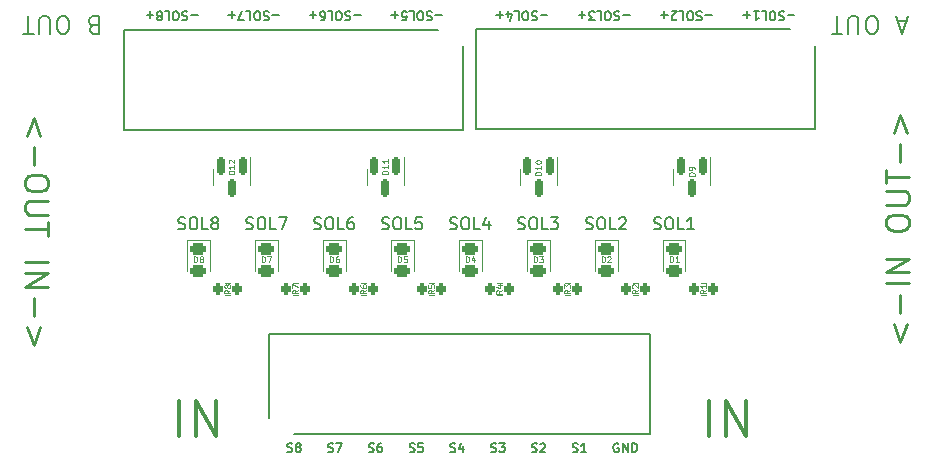
<source format=gto>
G04 #@! TF.GenerationSoftware,KiCad,Pcbnew,7.0.7*
G04 #@! TF.CreationDate,2023-09-05T00:06:28-07:00*
G04 #@! TF.ProjectId,Solenoid Board Ground Systems V1.1,536f6c65-6e6f-4696-9420-426f61726420,rev?*
G04 #@! TF.SameCoordinates,Original*
G04 #@! TF.FileFunction,Legend,Top*
G04 #@! TF.FilePolarity,Positive*
%FSLAX46Y46*%
G04 Gerber Fmt 4.6, Leading zero omitted, Abs format (unit mm)*
G04 Created by KiCad (PCBNEW 7.0.7) date 2023-09-05 00:06:28*
%MOMM*%
%LPD*%
G01*
G04 APERTURE LIST*
G04 Aperture macros list*
%AMRoundRect*
0 Rectangle with rounded corners*
0 $1 Rounding radius*
0 $2 $3 $4 $5 $6 $7 $8 $9 X,Y pos of 4 corners*
0 Add a 4 corners polygon primitive as box body*
4,1,4,$2,$3,$4,$5,$6,$7,$8,$9,$2,$3,0*
0 Add four circle primitives for the rounded corners*
1,1,$1+$1,$2,$3*
1,1,$1+$1,$4,$5*
1,1,$1+$1,$6,$7*
1,1,$1+$1,$8,$9*
0 Add four rect primitives between the rounded corners*
20,1,$1+$1,$2,$3,$4,$5,0*
20,1,$1+$1,$4,$5,$6,$7,0*
20,1,$1+$1,$6,$7,$8,$9,0*
20,1,$1+$1,$8,$9,$2,$3,0*%
G04 Aperture macros list end*
%ADD10C,0.150000*%
%ADD11C,0.250000*%
%ADD12C,0.200000*%
%ADD13C,0.300000*%
%ADD14C,0.100000*%
%ADD15C,0.120000*%
%ADD16R,2.025000X2.025000*%
%ADD17C,2.025000*%
%ADD18RoundRect,0.243750X-0.456250X0.243750X-0.456250X-0.243750X0.456250X-0.243750X0.456250X0.243750X0*%
%ADD19RoundRect,0.200000X-0.200000X-0.275000X0.200000X-0.275000X0.200000X0.275000X-0.200000X0.275000X0*%
%ADD20C,3.600000*%
%ADD21C,5.600000*%
%ADD22RoundRect,0.150000X-0.150000X0.587500X-0.150000X-0.587500X0.150000X-0.587500X0.150000X0.587500X0*%
G04 APERTURE END LIST*
D10*
X51998571Y-62943450D02*
X52105714Y-62979164D01*
X52105714Y-62979164D02*
X52284285Y-62979164D01*
X52284285Y-62979164D02*
X52355714Y-62943450D01*
X52355714Y-62943450D02*
X52391428Y-62907735D01*
X52391428Y-62907735D02*
X52427142Y-62836307D01*
X52427142Y-62836307D02*
X52427142Y-62764878D01*
X52427142Y-62764878D02*
X52391428Y-62693450D01*
X52391428Y-62693450D02*
X52355714Y-62657735D01*
X52355714Y-62657735D02*
X52284285Y-62622021D01*
X52284285Y-62622021D02*
X52141428Y-62586307D01*
X52141428Y-62586307D02*
X52069999Y-62550592D01*
X52069999Y-62550592D02*
X52034285Y-62514878D01*
X52034285Y-62514878D02*
X51998571Y-62443450D01*
X51998571Y-62443450D02*
X51998571Y-62372021D01*
X51998571Y-62372021D02*
X52034285Y-62300592D01*
X52034285Y-62300592D02*
X52069999Y-62264878D01*
X52069999Y-62264878D02*
X52141428Y-62229164D01*
X52141428Y-62229164D02*
X52319999Y-62229164D01*
X52319999Y-62229164D02*
X52427142Y-62264878D01*
X52677142Y-62229164D02*
X53177142Y-62229164D01*
X53177142Y-62229164D02*
X52855714Y-62979164D01*
D11*
X99878904Y-52135237D02*
X100450333Y-53659046D01*
X100450333Y-53659046D02*
X101021761Y-52135237D01*
X100450333Y-51182856D02*
X100450333Y-49659047D01*
X101212238Y-48706666D02*
X99212238Y-48706666D01*
X101212238Y-47754285D02*
X99212238Y-47754285D01*
X99212238Y-47754285D02*
X101212238Y-46611428D01*
X101212238Y-46611428D02*
X99212238Y-46611428D01*
X99212238Y-43754285D02*
X99212238Y-43373332D01*
X99212238Y-43373332D02*
X99307476Y-43182856D01*
X99307476Y-43182856D02*
X99497952Y-42992380D01*
X99497952Y-42992380D02*
X99878904Y-42897142D01*
X99878904Y-42897142D02*
X100545571Y-42897142D01*
X100545571Y-42897142D02*
X100926523Y-42992380D01*
X100926523Y-42992380D02*
X101117000Y-43182856D01*
X101117000Y-43182856D02*
X101212238Y-43373332D01*
X101212238Y-43373332D02*
X101212238Y-43754285D01*
X101212238Y-43754285D02*
X101117000Y-43944761D01*
X101117000Y-43944761D02*
X100926523Y-44135237D01*
X100926523Y-44135237D02*
X100545571Y-44230475D01*
X100545571Y-44230475D02*
X99878904Y-44230475D01*
X99878904Y-44230475D02*
X99497952Y-44135237D01*
X99497952Y-44135237D02*
X99307476Y-43944761D01*
X99307476Y-43944761D02*
X99212238Y-43754285D01*
X99212238Y-42039999D02*
X100831285Y-42039999D01*
X100831285Y-42039999D02*
X101021761Y-41944761D01*
X101021761Y-41944761D02*
X101117000Y-41849523D01*
X101117000Y-41849523D02*
X101212238Y-41659047D01*
X101212238Y-41659047D02*
X101212238Y-41278094D01*
X101212238Y-41278094D02*
X101117000Y-41087618D01*
X101117000Y-41087618D02*
X101021761Y-40992380D01*
X101021761Y-40992380D02*
X100831285Y-40897142D01*
X100831285Y-40897142D02*
X99212238Y-40897142D01*
X99212238Y-40230475D02*
X99212238Y-39087618D01*
X101212238Y-39659047D02*
X99212238Y-39659047D01*
X100450333Y-38420951D02*
X100450333Y-36897142D01*
X99878904Y-35944761D02*
X100450333Y-34420952D01*
X100450333Y-34420952D02*
X101021761Y-35944761D01*
D10*
X73845950Y-44072200D02*
X73988807Y-44119819D01*
X73988807Y-44119819D02*
X74226902Y-44119819D01*
X74226902Y-44119819D02*
X74322140Y-44072200D01*
X74322140Y-44072200D02*
X74369759Y-44024580D01*
X74369759Y-44024580D02*
X74417378Y-43929342D01*
X74417378Y-43929342D02*
X74417378Y-43834104D01*
X74417378Y-43834104D02*
X74369759Y-43738866D01*
X74369759Y-43738866D02*
X74322140Y-43691247D01*
X74322140Y-43691247D02*
X74226902Y-43643628D01*
X74226902Y-43643628D02*
X74036426Y-43596009D01*
X74036426Y-43596009D02*
X73941188Y-43548390D01*
X73941188Y-43548390D02*
X73893569Y-43500771D01*
X73893569Y-43500771D02*
X73845950Y-43405533D01*
X73845950Y-43405533D02*
X73845950Y-43310295D01*
X73845950Y-43310295D02*
X73893569Y-43215057D01*
X73893569Y-43215057D02*
X73941188Y-43167438D01*
X73941188Y-43167438D02*
X74036426Y-43119819D01*
X74036426Y-43119819D02*
X74274521Y-43119819D01*
X74274521Y-43119819D02*
X74417378Y-43167438D01*
X75036426Y-43119819D02*
X75226902Y-43119819D01*
X75226902Y-43119819D02*
X75322140Y-43167438D01*
X75322140Y-43167438D02*
X75417378Y-43262676D01*
X75417378Y-43262676D02*
X75464997Y-43453152D01*
X75464997Y-43453152D02*
X75464997Y-43786485D01*
X75464997Y-43786485D02*
X75417378Y-43976961D01*
X75417378Y-43976961D02*
X75322140Y-44072200D01*
X75322140Y-44072200D02*
X75226902Y-44119819D01*
X75226902Y-44119819D02*
X75036426Y-44119819D01*
X75036426Y-44119819D02*
X74941188Y-44072200D01*
X74941188Y-44072200D02*
X74845950Y-43976961D01*
X74845950Y-43976961D02*
X74798331Y-43786485D01*
X74798331Y-43786485D02*
X74798331Y-43453152D01*
X74798331Y-43453152D02*
X74845950Y-43262676D01*
X74845950Y-43262676D02*
X74941188Y-43167438D01*
X74941188Y-43167438D02*
X75036426Y-43119819D01*
X76369759Y-44119819D02*
X75893569Y-44119819D01*
X75893569Y-44119819D02*
X75893569Y-43119819D01*
X76655474Y-43215057D02*
X76703093Y-43167438D01*
X76703093Y-43167438D02*
X76798331Y-43119819D01*
X76798331Y-43119819D02*
X77036426Y-43119819D01*
X77036426Y-43119819D02*
X77131664Y-43167438D01*
X77131664Y-43167438D02*
X77179283Y-43215057D01*
X77179283Y-43215057D02*
X77226902Y-43310295D01*
X77226902Y-43310295D02*
X77226902Y-43405533D01*
X77226902Y-43405533D02*
X77179283Y-43548390D01*
X77179283Y-43548390D02*
X76607855Y-44119819D01*
X76607855Y-44119819D02*
X77226902Y-44119819D01*
X56585237Y-44072200D02*
X56728094Y-44119819D01*
X56728094Y-44119819D02*
X56966189Y-44119819D01*
X56966189Y-44119819D02*
X57061427Y-44072200D01*
X57061427Y-44072200D02*
X57109046Y-44024580D01*
X57109046Y-44024580D02*
X57156665Y-43929342D01*
X57156665Y-43929342D02*
X57156665Y-43834104D01*
X57156665Y-43834104D02*
X57109046Y-43738866D01*
X57109046Y-43738866D02*
X57061427Y-43691247D01*
X57061427Y-43691247D02*
X56966189Y-43643628D01*
X56966189Y-43643628D02*
X56775713Y-43596009D01*
X56775713Y-43596009D02*
X56680475Y-43548390D01*
X56680475Y-43548390D02*
X56632856Y-43500771D01*
X56632856Y-43500771D02*
X56585237Y-43405533D01*
X56585237Y-43405533D02*
X56585237Y-43310295D01*
X56585237Y-43310295D02*
X56632856Y-43215057D01*
X56632856Y-43215057D02*
X56680475Y-43167438D01*
X56680475Y-43167438D02*
X56775713Y-43119819D01*
X56775713Y-43119819D02*
X57013808Y-43119819D01*
X57013808Y-43119819D02*
X57156665Y-43167438D01*
X57775713Y-43119819D02*
X57966189Y-43119819D01*
X57966189Y-43119819D02*
X58061427Y-43167438D01*
X58061427Y-43167438D02*
X58156665Y-43262676D01*
X58156665Y-43262676D02*
X58204284Y-43453152D01*
X58204284Y-43453152D02*
X58204284Y-43786485D01*
X58204284Y-43786485D02*
X58156665Y-43976961D01*
X58156665Y-43976961D02*
X58061427Y-44072200D01*
X58061427Y-44072200D02*
X57966189Y-44119819D01*
X57966189Y-44119819D02*
X57775713Y-44119819D01*
X57775713Y-44119819D02*
X57680475Y-44072200D01*
X57680475Y-44072200D02*
X57585237Y-43976961D01*
X57585237Y-43976961D02*
X57537618Y-43786485D01*
X57537618Y-43786485D02*
X57537618Y-43453152D01*
X57537618Y-43453152D02*
X57585237Y-43262676D01*
X57585237Y-43262676D02*
X57680475Y-43167438D01*
X57680475Y-43167438D02*
X57775713Y-43119819D01*
X59109046Y-44119819D02*
X58632856Y-44119819D01*
X58632856Y-44119819D02*
X58632856Y-43119819D01*
X59918570Y-43119819D02*
X59442380Y-43119819D01*
X59442380Y-43119819D02*
X59394761Y-43596009D01*
X59394761Y-43596009D02*
X59442380Y-43548390D01*
X59442380Y-43548390D02*
X59537618Y-43500771D01*
X59537618Y-43500771D02*
X59775713Y-43500771D01*
X59775713Y-43500771D02*
X59870951Y-43548390D01*
X59870951Y-43548390D02*
X59918570Y-43596009D01*
X59918570Y-43596009D02*
X59966189Y-43691247D01*
X59966189Y-43691247D02*
X59966189Y-43929342D01*
X59966189Y-43929342D02*
X59918570Y-44024580D01*
X59918570Y-44024580D02*
X59870951Y-44072200D01*
X59870951Y-44072200D02*
X59775713Y-44119819D01*
X59775713Y-44119819D02*
X59537618Y-44119819D01*
X59537618Y-44119819D02*
X59442380Y-44072200D01*
X59442380Y-44072200D02*
X59394761Y-44024580D01*
X79599524Y-44072200D02*
X79742381Y-44119819D01*
X79742381Y-44119819D02*
X79980476Y-44119819D01*
X79980476Y-44119819D02*
X80075714Y-44072200D01*
X80075714Y-44072200D02*
X80123333Y-44024580D01*
X80123333Y-44024580D02*
X80170952Y-43929342D01*
X80170952Y-43929342D02*
X80170952Y-43834104D01*
X80170952Y-43834104D02*
X80123333Y-43738866D01*
X80123333Y-43738866D02*
X80075714Y-43691247D01*
X80075714Y-43691247D02*
X79980476Y-43643628D01*
X79980476Y-43643628D02*
X79790000Y-43596009D01*
X79790000Y-43596009D02*
X79694762Y-43548390D01*
X79694762Y-43548390D02*
X79647143Y-43500771D01*
X79647143Y-43500771D02*
X79599524Y-43405533D01*
X79599524Y-43405533D02*
X79599524Y-43310295D01*
X79599524Y-43310295D02*
X79647143Y-43215057D01*
X79647143Y-43215057D02*
X79694762Y-43167438D01*
X79694762Y-43167438D02*
X79790000Y-43119819D01*
X79790000Y-43119819D02*
X80028095Y-43119819D01*
X80028095Y-43119819D02*
X80170952Y-43167438D01*
X80790000Y-43119819D02*
X80980476Y-43119819D01*
X80980476Y-43119819D02*
X81075714Y-43167438D01*
X81075714Y-43167438D02*
X81170952Y-43262676D01*
X81170952Y-43262676D02*
X81218571Y-43453152D01*
X81218571Y-43453152D02*
X81218571Y-43786485D01*
X81218571Y-43786485D02*
X81170952Y-43976961D01*
X81170952Y-43976961D02*
X81075714Y-44072200D01*
X81075714Y-44072200D02*
X80980476Y-44119819D01*
X80980476Y-44119819D02*
X80790000Y-44119819D01*
X80790000Y-44119819D02*
X80694762Y-44072200D01*
X80694762Y-44072200D02*
X80599524Y-43976961D01*
X80599524Y-43976961D02*
X80551905Y-43786485D01*
X80551905Y-43786485D02*
X80551905Y-43453152D01*
X80551905Y-43453152D02*
X80599524Y-43262676D01*
X80599524Y-43262676D02*
X80694762Y-43167438D01*
X80694762Y-43167438D02*
X80790000Y-43119819D01*
X82123333Y-44119819D02*
X81647143Y-44119819D01*
X81647143Y-44119819D02*
X81647143Y-43119819D01*
X82980476Y-44119819D02*
X82409048Y-44119819D01*
X82694762Y-44119819D02*
X82694762Y-43119819D01*
X82694762Y-43119819D02*
X82599524Y-43262676D01*
X82599524Y-43262676D02*
X82504286Y-43357914D01*
X82504286Y-43357914D02*
X82409048Y-43405533D01*
X48547143Y-62943450D02*
X48654286Y-62979164D01*
X48654286Y-62979164D02*
X48832857Y-62979164D01*
X48832857Y-62979164D02*
X48904286Y-62943450D01*
X48904286Y-62943450D02*
X48940000Y-62907735D01*
X48940000Y-62907735D02*
X48975714Y-62836307D01*
X48975714Y-62836307D02*
X48975714Y-62764878D01*
X48975714Y-62764878D02*
X48940000Y-62693450D01*
X48940000Y-62693450D02*
X48904286Y-62657735D01*
X48904286Y-62657735D02*
X48832857Y-62622021D01*
X48832857Y-62622021D02*
X48690000Y-62586307D01*
X48690000Y-62586307D02*
X48618571Y-62550592D01*
X48618571Y-62550592D02*
X48582857Y-62514878D01*
X48582857Y-62514878D02*
X48547143Y-62443450D01*
X48547143Y-62443450D02*
X48547143Y-62372021D01*
X48547143Y-62372021D02*
X48582857Y-62300592D01*
X48582857Y-62300592D02*
X48618571Y-62264878D01*
X48618571Y-62264878D02*
X48690000Y-62229164D01*
X48690000Y-62229164D02*
X48868571Y-62229164D01*
X48868571Y-62229164D02*
X48975714Y-62264878D01*
X49404286Y-62550592D02*
X49332857Y-62514878D01*
X49332857Y-62514878D02*
X49297143Y-62479164D01*
X49297143Y-62479164D02*
X49261429Y-62407735D01*
X49261429Y-62407735D02*
X49261429Y-62372021D01*
X49261429Y-62372021D02*
X49297143Y-62300592D01*
X49297143Y-62300592D02*
X49332857Y-62264878D01*
X49332857Y-62264878D02*
X49404286Y-62229164D01*
X49404286Y-62229164D02*
X49547143Y-62229164D01*
X49547143Y-62229164D02*
X49618572Y-62264878D01*
X49618572Y-62264878D02*
X49654286Y-62300592D01*
X49654286Y-62300592D02*
X49690000Y-62372021D01*
X49690000Y-62372021D02*
X49690000Y-62407735D01*
X49690000Y-62407735D02*
X49654286Y-62479164D01*
X49654286Y-62479164D02*
X49618572Y-62514878D01*
X49618572Y-62514878D02*
X49547143Y-62550592D01*
X49547143Y-62550592D02*
X49404286Y-62550592D01*
X49404286Y-62550592D02*
X49332857Y-62586307D01*
X49332857Y-62586307D02*
X49297143Y-62622021D01*
X49297143Y-62622021D02*
X49261429Y-62693450D01*
X49261429Y-62693450D02*
X49261429Y-62836307D01*
X49261429Y-62836307D02*
X49297143Y-62907735D01*
X49297143Y-62907735D02*
X49332857Y-62943450D01*
X49332857Y-62943450D02*
X49404286Y-62979164D01*
X49404286Y-62979164D02*
X49547143Y-62979164D01*
X49547143Y-62979164D02*
X49618572Y-62943450D01*
X49618572Y-62943450D02*
X49654286Y-62907735D01*
X49654286Y-62907735D02*
X49690000Y-62836307D01*
X49690000Y-62836307D02*
X49690000Y-62693450D01*
X49690000Y-62693450D02*
X49654286Y-62622021D01*
X49654286Y-62622021D02*
X49618572Y-62586307D01*
X49618572Y-62586307D02*
X49547143Y-62550592D01*
X54767379Y-25956550D02*
X54195951Y-25956550D01*
X53874522Y-25706550D02*
X53767380Y-25670835D01*
X53767380Y-25670835D02*
X53588808Y-25670835D01*
X53588808Y-25670835D02*
X53517380Y-25706550D01*
X53517380Y-25706550D02*
X53481665Y-25742264D01*
X53481665Y-25742264D02*
X53445951Y-25813692D01*
X53445951Y-25813692D02*
X53445951Y-25885121D01*
X53445951Y-25885121D02*
X53481665Y-25956550D01*
X53481665Y-25956550D02*
X53517380Y-25992264D01*
X53517380Y-25992264D02*
X53588808Y-26027978D01*
X53588808Y-26027978D02*
X53731665Y-26063692D01*
X53731665Y-26063692D02*
X53803094Y-26099407D01*
X53803094Y-26099407D02*
X53838808Y-26135121D01*
X53838808Y-26135121D02*
X53874522Y-26206550D01*
X53874522Y-26206550D02*
X53874522Y-26277978D01*
X53874522Y-26277978D02*
X53838808Y-26349407D01*
X53838808Y-26349407D02*
X53803094Y-26385121D01*
X53803094Y-26385121D02*
X53731665Y-26420835D01*
X53731665Y-26420835D02*
X53553094Y-26420835D01*
X53553094Y-26420835D02*
X53445951Y-26385121D01*
X52981665Y-26420835D02*
X52838808Y-26420835D01*
X52838808Y-26420835D02*
X52767379Y-26385121D01*
X52767379Y-26385121D02*
X52695951Y-26313692D01*
X52695951Y-26313692D02*
X52660236Y-26170835D01*
X52660236Y-26170835D02*
X52660236Y-25920835D01*
X52660236Y-25920835D02*
X52695951Y-25777978D01*
X52695951Y-25777978D02*
X52767379Y-25706550D01*
X52767379Y-25706550D02*
X52838808Y-25670835D01*
X52838808Y-25670835D02*
X52981665Y-25670835D01*
X52981665Y-25670835D02*
X53053094Y-25706550D01*
X53053094Y-25706550D02*
X53124522Y-25777978D01*
X53124522Y-25777978D02*
X53160236Y-25920835D01*
X53160236Y-25920835D02*
X53160236Y-26170835D01*
X53160236Y-26170835D02*
X53124522Y-26313692D01*
X53124522Y-26313692D02*
X53053094Y-26385121D01*
X53053094Y-26385121D02*
X52981665Y-26420835D01*
X51981665Y-25670835D02*
X52338808Y-25670835D01*
X52338808Y-25670835D02*
X52338808Y-26420835D01*
X51410237Y-26420835D02*
X51553094Y-26420835D01*
X51553094Y-26420835D02*
X51624522Y-26385121D01*
X51624522Y-26385121D02*
X51660237Y-26349407D01*
X51660237Y-26349407D02*
X51731665Y-26242264D01*
X51731665Y-26242264D02*
X51767379Y-26099407D01*
X51767379Y-26099407D02*
X51767379Y-25813692D01*
X51767379Y-25813692D02*
X51731665Y-25742264D01*
X51731665Y-25742264D02*
X51695951Y-25706550D01*
X51695951Y-25706550D02*
X51624522Y-25670835D01*
X51624522Y-25670835D02*
X51481665Y-25670835D01*
X51481665Y-25670835D02*
X51410237Y-25706550D01*
X51410237Y-25706550D02*
X51374522Y-25742264D01*
X51374522Y-25742264D02*
X51338808Y-25813692D01*
X51338808Y-25813692D02*
X51338808Y-25992264D01*
X51338808Y-25992264D02*
X51374522Y-26063692D01*
X51374522Y-26063692D02*
X51410237Y-26099407D01*
X51410237Y-26099407D02*
X51481665Y-26135121D01*
X51481665Y-26135121D02*
X51624522Y-26135121D01*
X51624522Y-26135121D02*
X51695951Y-26099407D01*
X51695951Y-26099407D02*
X51731665Y-26063692D01*
X51731665Y-26063692D02*
X51767379Y-25992264D01*
X51017379Y-25956550D02*
X50445951Y-25956550D01*
X50731665Y-25670835D02*
X50731665Y-26242264D01*
X76587143Y-62264878D02*
X76515715Y-62229164D01*
X76515715Y-62229164D02*
X76408572Y-62229164D01*
X76408572Y-62229164D02*
X76301429Y-62264878D01*
X76301429Y-62264878D02*
X76230000Y-62336307D01*
X76230000Y-62336307D02*
X76194286Y-62407735D01*
X76194286Y-62407735D02*
X76158572Y-62550592D01*
X76158572Y-62550592D02*
X76158572Y-62657735D01*
X76158572Y-62657735D02*
X76194286Y-62800592D01*
X76194286Y-62800592D02*
X76230000Y-62872021D01*
X76230000Y-62872021D02*
X76301429Y-62943450D01*
X76301429Y-62943450D02*
X76408572Y-62979164D01*
X76408572Y-62979164D02*
X76480000Y-62979164D01*
X76480000Y-62979164D02*
X76587143Y-62943450D01*
X76587143Y-62943450D02*
X76622857Y-62907735D01*
X76622857Y-62907735D02*
X76622857Y-62657735D01*
X76622857Y-62657735D02*
X76480000Y-62657735D01*
X76944286Y-62979164D02*
X76944286Y-62229164D01*
X76944286Y-62229164D02*
X77372857Y-62979164D01*
X77372857Y-62979164D02*
X77372857Y-62229164D01*
X77730000Y-62979164D02*
X77730000Y-62229164D01*
X77730000Y-62229164D02*
X77908571Y-62229164D01*
X77908571Y-62229164D02*
X78015714Y-62264878D01*
X78015714Y-62264878D02*
X78087143Y-62336307D01*
X78087143Y-62336307D02*
X78122857Y-62407735D01*
X78122857Y-62407735D02*
X78158571Y-62550592D01*
X78158571Y-62550592D02*
X78158571Y-62657735D01*
X78158571Y-62657735D02*
X78122857Y-62800592D01*
X78122857Y-62800592D02*
X78087143Y-62872021D01*
X78087143Y-62872021D02*
X78015714Y-62943450D01*
X78015714Y-62943450D02*
X77908571Y-62979164D01*
X77908571Y-62979164D02*
X77730000Y-62979164D01*
X62352855Y-62943450D02*
X62459998Y-62979164D01*
X62459998Y-62979164D02*
X62638569Y-62979164D01*
X62638569Y-62979164D02*
X62709998Y-62943450D01*
X62709998Y-62943450D02*
X62745712Y-62907735D01*
X62745712Y-62907735D02*
X62781426Y-62836307D01*
X62781426Y-62836307D02*
X62781426Y-62764878D01*
X62781426Y-62764878D02*
X62745712Y-62693450D01*
X62745712Y-62693450D02*
X62709998Y-62657735D01*
X62709998Y-62657735D02*
X62638569Y-62622021D01*
X62638569Y-62622021D02*
X62495712Y-62586307D01*
X62495712Y-62586307D02*
X62424283Y-62550592D01*
X62424283Y-62550592D02*
X62388569Y-62514878D01*
X62388569Y-62514878D02*
X62352855Y-62443450D01*
X62352855Y-62443450D02*
X62352855Y-62372021D01*
X62352855Y-62372021D02*
X62388569Y-62300592D01*
X62388569Y-62300592D02*
X62424283Y-62264878D01*
X62424283Y-62264878D02*
X62495712Y-62229164D01*
X62495712Y-62229164D02*
X62674283Y-62229164D01*
X62674283Y-62229164D02*
X62781426Y-62264878D01*
X63424284Y-62479164D02*
X63424284Y-62979164D01*
X63245712Y-62193450D02*
X63067141Y-62729164D01*
X63067141Y-62729164D02*
X63531426Y-62729164D01*
X58901427Y-62943450D02*
X59008570Y-62979164D01*
X59008570Y-62979164D02*
X59187141Y-62979164D01*
X59187141Y-62979164D02*
X59258570Y-62943450D01*
X59258570Y-62943450D02*
X59294284Y-62907735D01*
X59294284Y-62907735D02*
X59329998Y-62836307D01*
X59329998Y-62836307D02*
X59329998Y-62764878D01*
X59329998Y-62764878D02*
X59294284Y-62693450D01*
X59294284Y-62693450D02*
X59258570Y-62657735D01*
X59258570Y-62657735D02*
X59187141Y-62622021D01*
X59187141Y-62622021D02*
X59044284Y-62586307D01*
X59044284Y-62586307D02*
X58972855Y-62550592D01*
X58972855Y-62550592D02*
X58937141Y-62514878D01*
X58937141Y-62514878D02*
X58901427Y-62443450D01*
X58901427Y-62443450D02*
X58901427Y-62372021D01*
X58901427Y-62372021D02*
X58937141Y-62300592D01*
X58937141Y-62300592D02*
X58972855Y-62264878D01*
X58972855Y-62264878D02*
X59044284Y-62229164D01*
X59044284Y-62229164D02*
X59222855Y-62229164D01*
X59222855Y-62229164D02*
X59329998Y-62264878D01*
X60008570Y-62229164D02*
X59651427Y-62229164D01*
X59651427Y-62229164D02*
X59615713Y-62586307D01*
X59615713Y-62586307D02*
X59651427Y-62550592D01*
X59651427Y-62550592D02*
X59722856Y-62514878D01*
X59722856Y-62514878D02*
X59901427Y-62514878D01*
X59901427Y-62514878D02*
X59972856Y-62550592D01*
X59972856Y-62550592D02*
X60008570Y-62586307D01*
X60008570Y-62586307D02*
X60044284Y-62657735D01*
X60044284Y-62657735D02*
X60044284Y-62836307D01*
X60044284Y-62836307D02*
X60008570Y-62907735D01*
X60008570Y-62907735D02*
X59972856Y-62943450D01*
X59972856Y-62943450D02*
X59901427Y-62979164D01*
X59901427Y-62979164D02*
X59722856Y-62979164D01*
X59722856Y-62979164D02*
X59651427Y-62943450D01*
X59651427Y-62943450D02*
X59615713Y-62907735D01*
X47864046Y-25956550D02*
X47292618Y-25956550D01*
X46971189Y-25706550D02*
X46864047Y-25670835D01*
X46864047Y-25670835D02*
X46685475Y-25670835D01*
X46685475Y-25670835D02*
X46614047Y-25706550D01*
X46614047Y-25706550D02*
X46578332Y-25742264D01*
X46578332Y-25742264D02*
X46542618Y-25813692D01*
X46542618Y-25813692D02*
X46542618Y-25885121D01*
X46542618Y-25885121D02*
X46578332Y-25956550D01*
X46578332Y-25956550D02*
X46614047Y-25992264D01*
X46614047Y-25992264D02*
X46685475Y-26027978D01*
X46685475Y-26027978D02*
X46828332Y-26063692D01*
X46828332Y-26063692D02*
X46899761Y-26099407D01*
X46899761Y-26099407D02*
X46935475Y-26135121D01*
X46935475Y-26135121D02*
X46971189Y-26206550D01*
X46971189Y-26206550D02*
X46971189Y-26277978D01*
X46971189Y-26277978D02*
X46935475Y-26349407D01*
X46935475Y-26349407D02*
X46899761Y-26385121D01*
X46899761Y-26385121D02*
X46828332Y-26420835D01*
X46828332Y-26420835D02*
X46649761Y-26420835D01*
X46649761Y-26420835D02*
X46542618Y-26385121D01*
X46078332Y-26420835D02*
X45935475Y-26420835D01*
X45935475Y-26420835D02*
X45864046Y-26385121D01*
X45864046Y-26385121D02*
X45792618Y-26313692D01*
X45792618Y-26313692D02*
X45756903Y-26170835D01*
X45756903Y-26170835D02*
X45756903Y-25920835D01*
X45756903Y-25920835D02*
X45792618Y-25777978D01*
X45792618Y-25777978D02*
X45864046Y-25706550D01*
X45864046Y-25706550D02*
X45935475Y-25670835D01*
X45935475Y-25670835D02*
X46078332Y-25670835D01*
X46078332Y-25670835D02*
X46149761Y-25706550D01*
X46149761Y-25706550D02*
X46221189Y-25777978D01*
X46221189Y-25777978D02*
X46256903Y-25920835D01*
X46256903Y-25920835D02*
X46256903Y-26170835D01*
X46256903Y-26170835D02*
X46221189Y-26313692D01*
X46221189Y-26313692D02*
X46149761Y-26385121D01*
X46149761Y-26385121D02*
X46078332Y-26420835D01*
X45078332Y-25670835D02*
X45435475Y-25670835D01*
X45435475Y-25670835D02*
X45435475Y-26420835D01*
X44899761Y-26420835D02*
X44399761Y-26420835D01*
X44399761Y-26420835D02*
X44721189Y-25670835D01*
X44114046Y-25956550D02*
X43542618Y-25956550D01*
X43828332Y-25670835D02*
X43828332Y-26242264D01*
X91490713Y-25956550D02*
X90919285Y-25956550D01*
X90597856Y-25706550D02*
X90490714Y-25670835D01*
X90490714Y-25670835D02*
X90312142Y-25670835D01*
X90312142Y-25670835D02*
X90240714Y-25706550D01*
X90240714Y-25706550D02*
X90204999Y-25742264D01*
X90204999Y-25742264D02*
X90169285Y-25813692D01*
X90169285Y-25813692D02*
X90169285Y-25885121D01*
X90169285Y-25885121D02*
X90204999Y-25956550D01*
X90204999Y-25956550D02*
X90240714Y-25992264D01*
X90240714Y-25992264D02*
X90312142Y-26027978D01*
X90312142Y-26027978D02*
X90454999Y-26063692D01*
X90454999Y-26063692D02*
X90526428Y-26099407D01*
X90526428Y-26099407D02*
X90562142Y-26135121D01*
X90562142Y-26135121D02*
X90597856Y-26206550D01*
X90597856Y-26206550D02*
X90597856Y-26277978D01*
X90597856Y-26277978D02*
X90562142Y-26349407D01*
X90562142Y-26349407D02*
X90526428Y-26385121D01*
X90526428Y-26385121D02*
X90454999Y-26420835D01*
X90454999Y-26420835D02*
X90276428Y-26420835D01*
X90276428Y-26420835D02*
X90169285Y-26385121D01*
X89704999Y-26420835D02*
X89562142Y-26420835D01*
X89562142Y-26420835D02*
X89490713Y-26385121D01*
X89490713Y-26385121D02*
X89419285Y-26313692D01*
X89419285Y-26313692D02*
X89383570Y-26170835D01*
X89383570Y-26170835D02*
X89383570Y-25920835D01*
X89383570Y-25920835D02*
X89419285Y-25777978D01*
X89419285Y-25777978D02*
X89490713Y-25706550D01*
X89490713Y-25706550D02*
X89562142Y-25670835D01*
X89562142Y-25670835D02*
X89704999Y-25670835D01*
X89704999Y-25670835D02*
X89776428Y-25706550D01*
X89776428Y-25706550D02*
X89847856Y-25777978D01*
X89847856Y-25777978D02*
X89883570Y-25920835D01*
X89883570Y-25920835D02*
X89883570Y-26170835D01*
X89883570Y-26170835D02*
X89847856Y-26313692D01*
X89847856Y-26313692D02*
X89776428Y-26385121D01*
X89776428Y-26385121D02*
X89704999Y-26420835D01*
X88704999Y-25670835D02*
X89062142Y-25670835D01*
X89062142Y-25670835D02*
X89062142Y-26420835D01*
X88062142Y-25670835D02*
X88490713Y-25670835D01*
X88276428Y-25670835D02*
X88276428Y-26420835D01*
X88276428Y-26420835D02*
X88347856Y-26313692D01*
X88347856Y-26313692D02*
X88419285Y-26242264D01*
X88419285Y-26242264D02*
X88490713Y-26206550D01*
X87740713Y-25956550D02*
X87169285Y-25956550D01*
X87454999Y-25670835D02*
X87454999Y-26242264D01*
D11*
X27651095Y-36204763D02*
X27079666Y-34680953D01*
X27079666Y-34680953D02*
X26508238Y-36204763D01*
X27079666Y-37157143D02*
X27079666Y-38680953D01*
X28317761Y-40014285D02*
X28317761Y-40395238D01*
X28317761Y-40395238D02*
X28222523Y-40585714D01*
X28222523Y-40585714D02*
X28032047Y-40776190D01*
X28032047Y-40776190D02*
X27651095Y-40871428D01*
X27651095Y-40871428D02*
X26984428Y-40871428D01*
X26984428Y-40871428D02*
X26603476Y-40776190D01*
X26603476Y-40776190D02*
X26413000Y-40585714D01*
X26413000Y-40585714D02*
X26317761Y-40395238D01*
X26317761Y-40395238D02*
X26317761Y-40014285D01*
X26317761Y-40014285D02*
X26413000Y-39823809D01*
X26413000Y-39823809D02*
X26603476Y-39633333D01*
X26603476Y-39633333D02*
X26984428Y-39538095D01*
X26984428Y-39538095D02*
X27651095Y-39538095D01*
X27651095Y-39538095D02*
X28032047Y-39633333D01*
X28032047Y-39633333D02*
X28222523Y-39823809D01*
X28222523Y-39823809D02*
X28317761Y-40014285D01*
X28317761Y-41728571D02*
X26698714Y-41728571D01*
X26698714Y-41728571D02*
X26508238Y-41823809D01*
X26508238Y-41823809D02*
X26413000Y-41919047D01*
X26413000Y-41919047D02*
X26317761Y-42109523D01*
X26317761Y-42109523D02*
X26317761Y-42490476D01*
X26317761Y-42490476D02*
X26413000Y-42680952D01*
X26413000Y-42680952D02*
X26508238Y-42776190D01*
X26508238Y-42776190D02*
X26698714Y-42871428D01*
X26698714Y-42871428D02*
X28317761Y-42871428D01*
X28317761Y-43538095D02*
X28317761Y-44680952D01*
X26317761Y-44109523D02*
X28317761Y-44109523D01*
X26317761Y-46871429D02*
X28317761Y-46871429D01*
X26317761Y-47823810D02*
X28317761Y-47823810D01*
X28317761Y-47823810D02*
X26317761Y-48966667D01*
X26317761Y-48966667D02*
X28317761Y-48966667D01*
X27079666Y-49919048D02*
X27079666Y-51442858D01*
X27651095Y-52395238D02*
X27079666Y-53919048D01*
X27079666Y-53919048D02*
X26508238Y-52395238D01*
D10*
X65804283Y-62943450D02*
X65911426Y-62979164D01*
X65911426Y-62979164D02*
X66089997Y-62979164D01*
X66089997Y-62979164D02*
X66161426Y-62943450D01*
X66161426Y-62943450D02*
X66197140Y-62907735D01*
X66197140Y-62907735D02*
X66232854Y-62836307D01*
X66232854Y-62836307D02*
X66232854Y-62764878D01*
X66232854Y-62764878D02*
X66197140Y-62693450D01*
X66197140Y-62693450D02*
X66161426Y-62657735D01*
X66161426Y-62657735D02*
X66089997Y-62622021D01*
X66089997Y-62622021D02*
X65947140Y-62586307D01*
X65947140Y-62586307D02*
X65875711Y-62550592D01*
X65875711Y-62550592D02*
X65839997Y-62514878D01*
X65839997Y-62514878D02*
X65804283Y-62443450D01*
X65804283Y-62443450D02*
X65804283Y-62372021D01*
X65804283Y-62372021D02*
X65839997Y-62300592D01*
X65839997Y-62300592D02*
X65875711Y-62264878D01*
X65875711Y-62264878D02*
X65947140Y-62229164D01*
X65947140Y-62229164D02*
X66125711Y-62229164D01*
X66125711Y-62229164D02*
X66232854Y-62264878D01*
X66482854Y-62229164D02*
X66947140Y-62229164D01*
X66947140Y-62229164D02*
X66697140Y-62514878D01*
X66697140Y-62514878D02*
X66804283Y-62514878D01*
X66804283Y-62514878D02*
X66875712Y-62550592D01*
X66875712Y-62550592D02*
X66911426Y-62586307D01*
X66911426Y-62586307D02*
X66947140Y-62657735D01*
X66947140Y-62657735D02*
X66947140Y-62836307D01*
X66947140Y-62836307D02*
X66911426Y-62907735D01*
X66911426Y-62907735D02*
X66875712Y-62943450D01*
X66875712Y-62943450D02*
X66804283Y-62979164D01*
X66804283Y-62979164D02*
X66589997Y-62979164D01*
X66589997Y-62979164D02*
X66518569Y-62943450D01*
X66518569Y-62943450D02*
X66482854Y-62907735D01*
D12*
X32137143Y-26862185D02*
X31922857Y-26790757D01*
X31922857Y-26790757D02*
X31851428Y-26719328D01*
X31851428Y-26719328D02*
X31780000Y-26576471D01*
X31780000Y-26576471D02*
X31780000Y-26362185D01*
X31780000Y-26362185D02*
X31851428Y-26219328D01*
X31851428Y-26219328D02*
X31922857Y-26147900D01*
X31922857Y-26147900D02*
X32065714Y-26076471D01*
X32065714Y-26076471D02*
X32637143Y-26076471D01*
X32637143Y-26076471D02*
X32637143Y-27576471D01*
X32637143Y-27576471D02*
X32137143Y-27576471D01*
X32137143Y-27576471D02*
X31994286Y-27505042D01*
X31994286Y-27505042D02*
X31922857Y-27433614D01*
X31922857Y-27433614D02*
X31851428Y-27290757D01*
X31851428Y-27290757D02*
X31851428Y-27147900D01*
X31851428Y-27147900D02*
X31922857Y-27005042D01*
X31922857Y-27005042D02*
X31994286Y-26933614D01*
X31994286Y-26933614D02*
X32137143Y-26862185D01*
X32137143Y-26862185D02*
X32637143Y-26862185D01*
X29708571Y-27576471D02*
X29422857Y-27576471D01*
X29422857Y-27576471D02*
X29280000Y-27505042D01*
X29280000Y-27505042D02*
X29137143Y-27362185D01*
X29137143Y-27362185D02*
X29065714Y-27076471D01*
X29065714Y-27076471D02*
X29065714Y-26576471D01*
X29065714Y-26576471D02*
X29137143Y-26290757D01*
X29137143Y-26290757D02*
X29280000Y-26147900D01*
X29280000Y-26147900D02*
X29422857Y-26076471D01*
X29422857Y-26076471D02*
X29708571Y-26076471D01*
X29708571Y-26076471D02*
X29851429Y-26147900D01*
X29851429Y-26147900D02*
X29994286Y-26290757D01*
X29994286Y-26290757D02*
X30065714Y-26576471D01*
X30065714Y-26576471D02*
X30065714Y-27076471D01*
X30065714Y-27076471D02*
X29994286Y-27362185D01*
X29994286Y-27362185D02*
X29851429Y-27505042D01*
X29851429Y-27505042D02*
X29708571Y-27576471D01*
X28422857Y-27576471D02*
X28422857Y-26362185D01*
X28422857Y-26362185D02*
X28351428Y-26219328D01*
X28351428Y-26219328D02*
X28280000Y-26147900D01*
X28280000Y-26147900D02*
X28137142Y-26076471D01*
X28137142Y-26076471D02*
X27851428Y-26076471D01*
X27851428Y-26076471D02*
X27708571Y-26147900D01*
X27708571Y-26147900D02*
X27637142Y-26219328D01*
X27637142Y-26219328D02*
X27565714Y-26362185D01*
X27565714Y-26362185D02*
X27565714Y-27576471D01*
X27065713Y-27576471D02*
X26208571Y-27576471D01*
X26637142Y-26076471D02*
X26637142Y-27576471D01*
D10*
X39324524Y-44072200D02*
X39467381Y-44119819D01*
X39467381Y-44119819D02*
X39705476Y-44119819D01*
X39705476Y-44119819D02*
X39800714Y-44072200D01*
X39800714Y-44072200D02*
X39848333Y-44024580D01*
X39848333Y-44024580D02*
X39895952Y-43929342D01*
X39895952Y-43929342D02*
X39895952Y-43834104D01*
X39895952Y-43834104D02*
X39848333Y-43738866D01*
X39848333Y-43738866D02*
X39800714Y-43691247D01*
X39800714Y-43691247D02*
X39705476Y-43643628D01*
X39705476Y-43643628D02*
X39515000Y-43596009D01*
X39515000Y-43596009D02*
X39419762Y-43548390D01*
X39419762Y-43548390D02*
X39372143Y-43500771D01*
X39372143Y-43500771D02*
X39324524Y-43405533D01*
X39324524Y-43405533D02*
X39324524Y-43310295D01*
X39324524Y-43310295D02*
X39372143Y-43215057D01*
X39372143Y-43215057D02*
X39419762Y-43167438D01*
X39419762Y-43167438D02*
X39515000Y-43119819D01*
X39515000Y-43119819D02*
X39753095Y-43119819D01*
X39753095Y-43119819D02*
X39895952Y-43167438D01*
X40515000Y-43119819D02*
X40705476Y-43119819D01*
X40705476Y-43119819D02*
X40800714Y-43167438D01*
X40800714Y-43167438D02*
X40895952Y-43262676D01*
X40895952Y-43262676D02*
X40943571Y-43453152D01*
X40943571Y-43453152D02*
X40943571Y-43786485D01*
X40943571Y-43786485D02*
X40895952Y-43976961D01*
X40895952Y-43976961D02*
X40800714Y-44072200D01*
X40800714Y-44072200D02*
X40705476Y-44119819D01*
X40705476Y-44119819D02*
X40515000Y-44119819D01*
X40515000Y-44119819D02*
X40419762Y-44072200D01*
X40419762Y-44072200D02*
X40324524Y-43976961D01*
X40324524Y-43976961D02*
X40276905Y-43786485D01*
X40276905Y-43786485D02*
X40276905Y-43453152D01*
X40276905Y-43453152D02*
X40324524Y-43262676D01*
X40324524Y-43262676D02*
X40419762Y-43167438D01*
X40419762Y-43167438D02*
X40515000Y-43119819D01*
X41848333Y-44119819D02*
X41372143Y-44119819D01*
X41372143Y-44119819D02*
X41372143Y-43119819D01*
X42324524Y-43548390D02*
X42229286Y-43500771D01*
X42229286Y-43500771D02*
X42181667Y-43453152D01*
X42181667Y-43453152D02*
X42134048Y-43357914D01*
X42134048Y-43357914D02*
X42134048Y-43310295D01*
X42134048Y-43310295D02*
X42181667Y-43215057D01*
X42181667Y-43215057D02*
X42229286Y-43167438D01*
X42229286Y-43167438D02*
X42324524Y-43119819D01*
X42324524Y-43119819D02*
X42515000Y-43119819D01*
X42515000Y-43119819D02*
X42610238Y-43167438D01*
X42610238Y-43167438D02*
X42657857Y-43215057D01*
X42657857Y-43215057D02*
X42705476Y-43310295D01*
X42705476Y-43310295D02*
X42705476Y-43357914D01*
X42705476Y-43357914D02*
X42657857Y-43453152D01*
X42657857Y-43453152D02*
X42610238Y-43500771D01*
X42610238Y-43500771D02*
X42515000Y-43548390D01*
X42515000Y-43548390D02*
X42324524Y-43548390D01*
X42324524Y-43548390D02*
X42229286Y-43596009D01*
X42229286Y-43596009D02*
X42181667Y-43643628D01*
X42181667Y-43643628D02*
X42134048Y-43738866D01*
X42134048Y-43738866D02*
X42134048Y-43929342D01*
X42134048Y-43929342D02*
X42181667Y-44024580D01*
X42181667Y-44024580D02*
X42229286Y-44072200D01*
X42229286Y-44072200D02*
X42324524Y-44119819D01*
X42324524Y-44119819D02*
X42515000Y-44119819D01*
X42515000Y-44119819D02*
X42610238Y-44072200D01*
X42610238Y-44072200D02*
X42657857Y-44024580D01*
X42657857Y-44024580D02*
X42705476Y-43929342D01*
X42705476Y-43929342D02*
X42705476Y-43738866D01*
X42705476Y-43738866D02*
X42657857Y-43643628D01*
X42657857Y-43643628D02*
X42610238Y-43596009D01*
X42610238Y-43596009D02*
X42515000Y-43548390D01*
X40960713Y-25956550D02*
X40389285Y-25956550D01*
X40067856Y-25706550D02*
X39960714Y-25670835D01*
X39960714Y-25670835D02*
X39782142Y-25670835D01*
X39782142Y-25670835D02*
X39710714Y-25706550D01*
X39710714Y-25706550D02*
X39674999Y-25742264D01*
X39674999Y-25742264D02*
X39639285Y-25813692D01*
X39639285Y-25813692D02*
X39639285Y-25885121D01*
X39639285Y-25885121D02*
X39674999Y-25956550D01*
X39674999Y-25956550D02*
X39710714Y-25992264D01*
X39710714Y-25992264D02*
X39782142Y-26027978D01*
X39782142Y-26027978D02*
X39924999Y-26063692D01*
X39924999Y-26063692D02*
X39996428Y-26099407D01*
X39996428Y-26099407D02*
X40032142Y-26135121D01*
X40032142Y-26135121D02*
X40067856Y-26206550D01*
X40067856Y-26206550D02*
X40067856Y-26277978D01*
X40067856Y-26277978D02*
X40032142Y-26349407D01*
X40032142Y-26349407D02*
X39996428Y-26385121D01*
X39996428Y-26385121D02*
X39924999Y-26420835D01*
X39924999Y-26420835D02*
X39746428Y-26420835D01*
X39746428Y-26420835D02*
X39639285Y-26385121D01*
X39174999Y-26420835D02*
X39032142Y-26420835D01*
X39032142Y-26420835D02*
X38960713Y-26385121D01*
X38960713Y-26385121D02*
X38889285Y-26313692D01*
X38889285Y-26313692D02*
X38853570Y-26170835D01*
X38853570Y-26170835D02*
X38853570Y-25920835D01*
X38853570Y-25920835D02*
X38889285Y-25777978D01*
X38889285Y-25777978D02*
X38960713Y-25706550D01*
X38960713Y-25706550D02*
X39032142Y-25670835D01*
X39032142Y-25670835D02*
X39174999Y-25670835D01*
X39174999Y-25670835D02*
X39246428Y-25706550D01*
X39246428Y-25706550D02*
X39317856Y-25777978D01*
X39317856Y-25777978D02*
X39353570Y-25920835D01*
X39353570Y-25920835D02*
X39353570Y-26170835D01*
X39353570Y-26170835D02*
X39317856Y-26313692D01*
X39317856Y-26313692D02*
X39246428Y-26385121D01*
X39246428Y-26385121D02*
X39174999Y-26420835D01*
X38174999Y-25670835D02*
X38532142Y-25670835D01*
X38532142Y-25670835D02*
X38532142Y-26420835D01*
X37817856Y-26099407D02*
X37889285Y-26135121D01*
X37889285Y-26135121D02*
X37924999Y-26170835D01*
X37924999Y-26170835D02*
X37960713Y-26242264D01*
X37960713Y-26242264D02*
X37960713Y-26277978D01*
X37960713Y-26277978D02*
X37924999Y-26349407D01*
X37924999Y-26349407D02*
X37889285Y-26385121D01*
X37889285Y-26385121D02*
X37817856Y-26420835D01*
X37817856Y-26420835D02*
X37674999Y-26420835D01*
X37674999Y-26420835D02*
X37603571Y-26385121D01*
X37603571Y-26385121D02*
X37567856Y-26349407D01*
X37567856Y-26349407D02*
X37532142Y-26277978D01*
X37532142Y-26277978D02*
X37532142Y-26242264D01*
X37532142Y-26242264D02*
X37567856Y-26170835D01*
X37567856Y-26170835D02*
X37603571Y-26135121D01*
X37603571Y-26135121D02*
X37674999Y-26099407D01*
X37674999Y-26099407D02*
X37817856Y-26099407D01*
X37817856Y-26099407D02*
X37889285Y-26063692D01*
X37889285Y-26063692D02*
X37924999Y-26027978D01*
X37924999Y-26027978D02*
X37960713Y-25956550D01*
X37960713Y-25956550D02*
X37960713Y-25813692D01*
X37960713Y-25813692D02*
X37924999Y-25742264D01*
X37924999Y-25742264D02*
X37889285Y-25706550D01*
X37889285Y-25706550D02*
X37817856Y-25670835D01*
X37817856Y-25670835D02*
X37674999Y-25670835D01*
X37674999Y-25670835D02*
X37603571Y-25706550D01*
X37603571Y-25706550D02*
X37567856Y-25742264D01*
X37567856Y-25742264D02*
X37532142Y-25813692D01*
X37532142Y-25813692D02*
X37532142Y-25956550D01*
X37532142Y-25956550D02*
X37567856Y-26027978D01*
X37567856Y-26027978D02*
X37603571Y-26063692D01*
X37603571Y-26063692D02*
X37674999Y-26099407D01*
X37210713Y-25956550D02*
X36639285Y-25956550D01*
X36924999Y-25670835D02*
X36924999Y-26242264D01*
X45078095Y-44072200D02*
X45220952Y-44119819D01*
X45220952Y-44119819D02*
X45459047Y-44119819D01*
X45459047Y-44119819D02*
X45554285Y-44072200D01*
X45554285Y-44072200D02*
X45601904Y-44024580D01*
X45601904Y-44024580D02*
X45649523Y-43929342D01*
X45649523Y-43929342D02*
X45649523Y-43834104D01*
X45649523Y-43834104D02*
X45601904Y-43738866D01*
X45601904Y-43738866D02*
X45554285Y-43691247D01*
X45554285Y-43691247D02*
X45459047Y-43643628D01*
X45459047Y-43643628D02*
X45268571Y-43596009D01*
X45268571Y-43596009D02*
X45173333Y-43548390D01*
X45173333Y-43548390D02*
X45125714Y-43500771D01*
X45125714Y-43500771D02*
X45078095Y-43405533D01*
X45078095Y-43405533D02*
X45078095Y-43310295D01*
X45078095Y-43310295D02*
X45125714Y-43215057D01*
X45125714Y-43215057D02*
X45173333Y-43167438D01*
X45173333Y-43167438D02*
X45268571Y-43119819D01*
X45268571Y-43119819D02*
X45506666Y-43119819D01*
X45506666Y-43119819D02*
X45649523Y-43167438D01*
X46268571Y-43119819D02*
X46459047Y-43119819D01*
X46459047Y-43119819D02*
X46554285Y-43167438D01*
X46554285Y-43167438D02*
X46649523Y-43262676D01*
X46649523Y-43262676D02*
X46697142Y-43453152D01*
X46697142Y-43453152D02*
X46697142Y-43786485D01*
X46697142Y-43786485D02*
X46649523Y-43976961D01*
X46649523Y-43976961D02*
X46554285Y-44072200D01*
X46554285Y-44072200D02*
X46459047Y-44119819D01*
X46459047Y-44119819D02*
X46268571Y-44119819D01*
X46268571Y-44119819D02*
X46173333Y-44072200D01*
X46173333Y-44072200D02*
X46078095Y-43976961D01*
X46078095Y-43976961D02*
X46030476Y-43786485D01*
X46030476Y-43786485D02*
X46030476Y-43453152D01*
X46030476Y-43453152D02*
X46078095Y-43262676D01*
X46078095Y-43262676D02*
X46173333Y-43167438D01*
X46173333Y-43167438D02*
X46268571Y-43119819D01*
X47601904Y-44119819D02*
X47125714Y-44119819D01*
X47125714Y-44119819D02*
X47125714Y-43119819D01*
X47840000Y-43119819D02*
X48506666Y-43119819D01*
X48506666Y-43119819D02*
X48078095Y-44119819D01*
X69255711Y-62943450D02*
X69362854Y-62979164D01*
X69362854Y-62979164D02*
X69541425Y-62979164D01*
X69541425Y-62979164D02*
X69612854Y-62943450D01*
X69612854Y-62943450D02*
X69648568Y-62907735D01*
X69648568Y-62907735D02*
X69684282Y-62836307D01*
X69684282Y-62836307D02*
X69684282Y-62764878D01*
X69684282Y-62764878D02*
X69648568Y-62693450D01*
X69648568Y-62693450D02*
X69612854Y-62657735D01*
X69612854Y-62657735D02*
X69541425Y-62622021D01*
X69541425Y-62622021D02*
X69398568Y-62586307D01*
X69398568Y-62586307D02*
X69327139Y-62550592D01*
X69327139Y-62550592D02*
X69291425Y-62514878D01*
X69291425Y-62514878D02*
X69255711Y-62443450D01*
X69255711Y-62443450D02*
X69255711Y-62372021D01*
X69255711Y-62372021D02*
X69291425Y-62300592D01*
X69291425Y-62300592D02*
X69327139Y-62264878D01*
X69327139Y-62264878D02*
X69398568Y-62229164D01*
X69398568Y-62229164D02*
X69577139Y-62229164D01*
X69577139Y-62229164D02*
X69684282Y-62264878D01*
X69969997Y-62300592D02*
X70005711Y-62264878D01*
X70005711Y-62264878D02*
X70077140Y-62229164D01*
X70077140Y-62229164D02*
X70255711Y-62229164D01*
X70255711Y-62229164D02*
X70327140Y-62264878D01*
X70327140Y-62264878D02*
X70362854Y-62300592D01*
X70362854Y-62300592D02*
X70398568Y-62372021D01*
X70398568Y-62372021D02*
X70398568Y-62443450D01*
X70398568Y-62443450D02*
X70362854Y-62550592D01*
X70362854Y-62550592D02*
X69934282Y-62979164D01*
X69934282Y-62979164D02*
X70398568Y-62979164D01*
D13*
X84248571Y-61652257D02*
X84248571Y-58652257D01*
X85677142Y-61652257D02*
X85677142Y-58652257D01*
X85677142Y-58652257D02*
X87391428Y-61652257D01*
X87391428Y-61652257D02*
X87391428Y-58652257D01*
D10*
X55449999Y-62943450D02*
X55557142Y-62979164D01*
X55557142Y-62979164D02*
X55735713Y-62979164D01*
X55735713Y-62979164D02*
X55807142Y-62943450D01*
X55807142Y-62943450D02*
X55842856Y-62907735D01*
X55842856Y-62907735D02*
X55878570Y-62836307D01*
X55878570Y-62836307D02*
X55878570Y-62764878D01*
X55878570Y-62764878D02*
X55842856Y-62693450D01*
X55842856Y-62693450D02*
X55807142Y-62657735D01*
X55807142Y-62657735D02*
X55735713Y-62622021D01*
X55735713Y-62622021D02*
X55592856Y-62586307D01*
X55592856Y-62586307D02*
X55521427Y-62550592D01*
X55521427Y-62550592D02*
X55485713Y-62514878D01*
X55485713Y-62514878D02*
X55449999Y-62443450D01*
X55449999Y-62443450D02*
X55449999Y-62372021D01*
X55449999Y-62372021D02*
X55485713Y-62300592D01*
X55485713Y-62300592D02*
X55521427Y-62264878D01*
X55521427Y-62264878D02*
X55592856Y-62229164D01*
X55592856Y-62229164D02*
X55771427Y-62229164D01*
X55771427Y-62229164D02*
X55878570Y-62264878D01*
X56521428Y-62229164D02*
X56378570Y-62229164D01*
X56378570Y-62229164D02*
X56307142Y-62264878D01*
X56307142Y-62264878D02*
X56271428Y-62300592D01*
X56271428Y-62300592D02*
X56199999Y-62407735D01*
X56199999Y-62407735D02*
X56164285Y-62550592D01*
X56164285Y-62550592D02*
X56164285Y-62836307D01*
X56164285Y-62836307D02*
X56199999Y-62907735D01*
X56199999Y-62907735D02*
X56235713Y-62943450D01*
X56235713Y-62943450D02*
X56307142Y-62979164D01*
X56307142Y-62979164D02*
X56449999Y-62979164D01*
X56449999Y-62979164D02*
X56521428Y-62943450D01*
X56521428Y-62943450D02*
X56557142Y-62907735D01*
X56557142Y-62907735D02*
X56592856Y-62836307D01*
X56592856Y-62836307D02*
X56592856Y-62657735D01*
X56592856Y-62657735D02*
X56557142Y-62586307D01*
X56557142Y-62586307D02*
X56521428Y-62550592D01*
X56521428Y-62550592D02*
X56449999Y-62514878D01*
X56449999Y-62514878D02*
X56307142Y-62514878D01*
X56307142Y-62514878D02*
X56235713Y-62550592D01*
X56235713Y-62550592D02*
X56199999Y-62586307D01*
X56199999Y-62586307D02*
X56164285Y-62657735D01*
X68092379Y-44072200D02*
X68235236Y-44119819D01*
X68235236Y-44119819D02*
X68473331Y-44119819D01*
X68473331Y-44119819D02*
X68568569Y-44072200D01*
X68568569Y-44072200D02*
X68616188Y-44024580D01*
X68616188Y-44024580D02*
X68663807Y-43929342D01*
X68663807Y-43929342D02*
X68663807Y-43834104D01*
X68663807Y-43834104D02*
X68616188Y-43738866D01*
X68616188Y-43738866D02*
X68568569Y-43691247D01*
X68568569Y-43691247D02*
X68473331Y-43643628D01*
X68473331Y-43643628D02*
X68282855Y-43596009D01*
X68282855Y-43596009D02*
X68187617Y-43548390D01*
X68187617Y-43548390D02*
X68139998Y-43500771D01*
X68139998Y-43500771D02*
X68092379Y-43405533D01*
X68092379Y-43405533D02*
X68092379Y-43310295D01*
X68092379Y-43310295D02*
X68139998Y-43215057D01*
X68139998Y-43215057D02*
X68187617Y-43167438D01*
X68187617Y-43167438D02*
X68282855Y-43119819D01*
X68282855Y-43119819D02*
X68520950Y-43119819D01*
X68520950Y-43119819D02*
X68663807Y-43167438D01*
X69282855Y-43119819D02*
X69473331Y-43119819D01*
X69473331Y-43119819D02*
X69568569Y-43167438D01*
X69568569Y-43167438D02*
X69663807Y-43262676D01*
X69663807Y-43262676D02*
X69711426Y-43453152D01*
X69711426Y-43453152D02*
X69711426Y-43786485D01*
X69711426Y-43786485D02*
X69663807Y-43976961D01*
X69663807Y-43976961D02*
X69568569Y-44072200D01*
X69568569Y-44072200D02*
X69473331Y-44119819D01*
X69473331Y-44119819D02*
X69282855Y-44119819D01*
X69282855Y-44119819D02*
X69187617Y-44072200D01*
X69187617Y-44072200D02*
X69092379Y-43976961D01*
X69092379Y-43976961D02*
X69044760Y-43786485D01*
X69044760Y-43786485D02*
X69044760Y-43453152D01*
X69044760Y-43453152D02*
X69092379Y-43262676D01*
X69092379Y-43262676D02*
X69187617Y-43167438D01*
X69187617Y-43167438D02*
X69282855Y-43119819D01*
X70616188Y-44119819D02*
X70139998Y-44119819D01*
X70139998Y-44119819D02*
X70139998Y-43119819D01*
X70854284Y-43119819D02*
X71473331Y-43119819D01*
X71473331Y-43119819D02*
X71139998Y-43500771D01*
X71139998Y-43500771D02*
X71282855Y-43500771D01*
X71282855Y-43500771D02*
X71378093Y-43548390D01*
X71378093Y-43548390D02*
X71425712Y-43596009D01*
X71425712Y-43596009D02*
X71473331Y-43691247D01*
X71473331Y-43691247D02*
X71473331Y-43929342D01*
X71473331Y-43929342D02*
X71425712Y-44024580D01*
X71425712Y-44024580D02*
X71378093Y-44072200D01*
X71378093Y-44072200D02*
X71282855Y-44119819D01*
X71282855Y-44119819D02*
X70997141Y-44119819D01*
X70997141Y-44119819D02*
X70901903Y-44072200D01*
X70901903Y-44072200D02*
X70854284Y-44024580D01*
X84517379Y-25956550D02*
X83945951Y-25956550D01*
X83624522Y-25706550D02*
X83517380Y-25670835D01*
X83517380Y-25670835D02*
X83338808Y-25670835D01*
X83338808Y-25670835D02*
X83267380Y-25706550D01*
X83267380Y-25706550D02*
X83231665Y-25742264D01*
X83231665Y-25742264D02*
X83195951Y-25813692D01*
X83195951Y-25813692D02*
X83195951Y-25885121D01*
X83195951Y-25885121D02*
X83231665Y-25956550D01*
X83231665Y-25956550D02*
X83267380Y-25992264D01*
X83267380Y-25992264D02*
X83338808Y-26027978D01*
X83338808Y-26027978D02*
X83481665Y-26063692D01*
X83481665Y-26063692D02*
X83553094Y-26099407D01*
X83553094Y-26099407D02*
X83588808Y-26135121D01*
X83588808Y-26135121D02*
X83624522Y-26206550D01*
X83624522Y-26206550D02*
X83624522Y-26277978D01*
X83624522Y-26277978D02*
X83588808Y-26349407D01*
X83588808Y-26349407D02*
X83553094Y-26385121D01*
X83553094Y-26385121D02*
X83481665Y-26420835D01*
X83481665Y-26420835D02*
X83303094Y-26420835D01*
X83303094Y-26420835D02*
X83195951Y-26385121D01*
X82731665Y-26420835D02*
X82588808Y-26420835D01*
X82588808Y-26420835D02*
X82517379Y-26385121D01*
X82517379Y-26385121D02*
X82445951Y-26313692D01*
X82445951Y-26313692D02*
X82410236Y-26170835D01*
X82410236Y-26170835D02*
X82410236Y-25920835D01*
X82410236Y-25920835D02*
X82445951Y-25777978D01*
X82445951Y-25777978D02*
X82517379Y-25706550D01*
X82517379Y-25706550D02*
X82588808Y-25670835D01*
X82588808Y-25670835D02*
X82731665Y-25670835D01*
X82731665Y-25670835D02*
X82803094Y-25706550D01*
X82803094Y-25706550D02*
X82874522Y-25777978D01*
X82874522Y-25777978D02*
X82910236Y-25920835D01*
X82910236Y-25920835D02*
X82910236Y-26170835D01*
X82910236Y-26170835D02*
X82874522Y-26313692D01*
X82874522Y-26313692D02*
X82803094Y-26385121D01*
X82803094Y-26385121D02*
X82731665Y-26420835D01*
X81731665Y-25670835D02*
X82088808Y-25670835D01*
X82088808Y-25670835D02*
X82088808Y-26420835D01*
X81517379Y-26349407D02*
X81481665Y-26385121D01*
X81481665Y-26385121D02*
X81410237Y-26420835D01*
X81410237Y-26420835D02*
X81231665Y-26420835D01*
X81231665Y-26420835D02*
X81160237Y-26385121D01*
X81160237Y-26385121D02*
X81124522Y-26349407D01*
X81124522Y-26349407D02*
X81088808Y-26277978D01*
X81088808Y-26277978D02*
X81088808Y-26206550D01*
X81088808Y-26206550D02*
X81124522Y-26099407D01*
X81124522Y-26099407D02*
X81553094Y-25670835D01*
X81553094Y-25670835D02*
X81088808Y-25670835D01*
X80767379Y-25956550D02*
X80195951Y-25956550D01*
X80481665Y-25670835D02*
X80481665Y-26242264D01*
X70570713Y-25956550D02*
X69999285Y-25956550D01*
X69677856Y-25706550D02*
X69570714Y-25670835D01*
X69570714Y-25670835D02*
X69392142Y-25670835D01*
X69392142Y-25670835D02*
X69320714Y-25706550D01*
X69320714Y-25706550D02*
X69284999Y-25742264D01*
X69284999Y-25742264D02*
X69249285Y-25813692D01*
X69249285Y-25813692D02*
X69249285Y-25885121D01*
X69249285Y-25885121D02*
X69284999Y-25956550D01*
X69284999Y-25956550D02*
X69320714Y-25992264D01*
X69320714Y-25992264D02*
X69392142Y-26027978D01*
X69392142Y-26027978D02*
X69534999Y-26063692D01*
X69534999Y-26063692D02*
X69606428Y-26099407D01*
X69606428Y-26099407D02*
X69642142Y-26135121D01*
X69642142Y-26135121D02*
X69677856Y-26206550D01*
X69677856Y-26206550D02*
X69677856Y-26277978D01*
X69677856Y-26277978D02*
X69642142Y-26349407D01*
X69642142Y-26349407D02*
X69606428Y-26385121D01*
X69606428Y-26385121D02*
X69534999Y-26420835D01*
X69534999Y-26420835D02*
X69356428Y-26420835D01*
X69356428Y-26420835D02*
X69249285Y-26385121D01*
X68784999Y-26420835D02*
X68642142Y-26420835D01*
X68642142Y-26420835D02*
X68570713Y-26385121D01*
X68570713Y-26385121D02*
X68499285Y-26313692D01*
X68499285Y-26313692D02*
X68463570Y-26170835D01*
X68463570Y-26170835D02*
X68463570Y-25920835D01*
X68463570Y-25920835D02*
X68499285Y-25777978D01*
X68499285Y-25777978D02*
X68570713Y-25706550D01*
X68570713Y-25706550D02*
X68642142Y-25670835D01*
X68642142Y-25670835D02*
X68784999Y-25670835D01*
X68784999Y-25670835D02*
X68856428Y-25706550D01*
X68856428Y-25706550D02*
X68927856Y-25777978D01*
X68927856Y-25777978D02*
X68963570Y-25920835D01*
X68963570Y-25920835D02*
X68963570Y-26170835D01*
X68963570Y-26170835D02*
X68927856Y-26313692D01*
X68927856Y-26313692D02*
X68856428Y-26385121D01*
X68856428Y-26385121D02*
X68784999Y-26420835D01*
X67784999Y-25670835D02*
X68142142Y-25670835D01*
X68142142Y-25670835D02*
X68142142Y-26420835D01*
X67213571Y-26170835D02*
X67213571Y-25670835D01*
X67392142Y-26456550D02*
X67570713Y-25920835D01*
X67570713Y-25920835D02*
X67106428Y-25920835D01*
X66820713Y-25956550D02*
X66249285Y-25956550D01*
X66534999Y-25670835D02*
X66534999Y-26242264D01*
X50831666Y-44072200D02*
X50974523Y-44119819D01*
X50974523Y-44119819D02*
X51212618Y-44119819D01*
X51212618Y-44119819D02*
X51307856Y-44072200D01*
X51307856Y-44072200D02*
X51355475Y-44024580D01*
X51355475Y-44024580D02*
X51403094Y-43929342D01*
X51403094Y-43929342D02*
X51403094Y-43834104D01*
X51403094Y-43834104D02*
X51355475Y-43738866D01*
X51355475Y-43738866D02*
X51307856Y-43691247D01*
X51307856Y-43691247D02*
X51212618Y-43643628D01*
X51212618Y-43643628D02*
X51022142Y-43596009D01*
X51022142Y-43596009D02*
X50926904Y-43548390D01*
X50926904Y-43548390D02*
X50879285Y-43500771D01*
X50879285Y-43500771D02*
X50831666Y-43405533D01*
X50831666Y-43405533D02*
X50831666Y-43310295D01*
X50831666Y-43310295D02*
X50879285Y-43215057D01*
X50879285Y-43215057D02*
X50926904Y-43167438D01*
X50926904Y-43167438D02*
X51022142Y-43119819D01*
X51022142Y-43119819D02*
X51260237Y-43119819D01*
X51260237Y-43119819D02*
X51403094Y-43167438D01*
X52022142Y-43119819D02*
X52212618Y-43119819D01*
X52212618Y-43119819D02*
X52307856Y-43167438D01*
X52307856Y-43167438D02*
X52403094Y-43262676D01*
X52403094Y-43262676D02*
X52450713Y-43453152D01*
X52450713Y-43453152D02*
X52450713Y-43786485D01*
X52450713Y-43786485D02*
X52403094Y-43976961D01*
X52403094Y-43976961D02*
X52307856Y-44072200D01*
X52307856Y-44072200D02*
X52212618Y-44119819D01*
X52212618Y-44119819D02*
X52022142Y-44119819D01*
X52022142Y-44119819D02*
X51926904Y-44072200D01*
X51926904Y-44072200D02*
X51831666Y-43976961D01*
X51831666Y-43976961D02*
X51784047Y-43786485D01*
X51784047Y-43786485D02*
X51784047Y-43453152D01*
X51784047Y-43453152D02*
X51831666Y-43262676D01*
X51831666Y-43262676D02*
X51926904Y-43167438D01*
X51926904Y-43167438D02*
X52022142Y-43119819D01*
X53355475Y-44119819D02*
X52879285Y-44119819D01*
X52879285Y-44119819D02*
X52879285Y-43119819D01*
X54117380Y-43119819D02*
X53926904Y-43119819D01*
X53926904Y-43119819D02*
X53831666Y-43167438D01*
X53831666Y-43167438D02*
X53784047Y-43215057D01*
X53784047Y-43215057D02*
X53688809Y-43357914D01*
X53688809Y-43357914D02*
X53641190Y-43548390D01*
X53641190Y-43548390D02*
X53641190Y-43929342D01*
X53641190Y-43929342D02*
X53688809Y-44024580D01*
X53688809Y-44024580D02*
X53736428Y-44072200D01*
X53736428Y-44072200D02*
X53831666Y-44119819D01*
X53831666Y-44119819D02*
X54022142Y-44119819D01*
X54022142Y-44119819D02*
X54117380Y-44072200D01*
X54117380Y-44072200D02*
X54164999Y-44024580D01*
X54164999Y-44024580D02*
X54212618Y-43929342D01*
X54212618Y-43929342D02*
X54212618Y-43691247D01*
X54212618Y-43691247D02*
X54164999Y-43596009D01*
X54164999Y-43596009D02*
X54117380Y-43548390D01*
X54117380Y-43548390D02*
X54022142Y-43500771D01*
X54022142Y-43500771D02*
X53831666Y-43500771D01*
X53831666Y-43500771D02*
X53736428Y-43548390D01*
X53736428Y-43548390D02*
X53688809Y-43596009D01*
X53688809Y-43596009D02*
X53641190Y-43691247D01*
X62338808Y-44072200D02*
X62481665Y-44119819D01*
X62481665Y-44119819D02*
X62719760Y-44119819D01*
X62719760Y-44119819D02*
X62814998Y-44072200D01*
X62814998Y-44072200D02*
X62862617Y-44024580D01*
X62862617Y-44024580D02*
X62910236Y-43929342D01*
X62910236Y-43929342D02*
X62910236Y-43834104D01*
X62910236Y-43834104D02*
X62862617Y-43738866D01*
X62862617Y-43738866D02*
X62814998Y-43691247D01*
X62814998Y-43691247D02*
X62719760Y-43643628D01*
X62719760Y-43643628D02*
X62529284Y-43596009D01*
X62529284Y-43596009D02*
X62434046Y-43548390D01*
X62434046Y-43548390D02*
X62386427Y-43500771D01*
X62386427Y-43500771D02*
X62338808Y-43405533D01*
X62338808Y-43405533D02*
X62338808Y-43310295D01*
X62338808Y-43310295D02*
X62386427Y-43215057D01*
X62386427Y-43215057D02*
X62434046Y-43167438D01*
X62434046Y-43167438D02*
X62529284Y-43119819D01*
X62529284Y-43119819D02*
X62767379Y-43119819D01*
X62767379Y-43119819D02*
X62910236Y-43167438D01*
X63529284Y-43119819D02*
X63719760Y-43119819D01*
X63719760Y-43119819D02*
X63814998Y-43167438D01*
X63814998Y-43167438D02*
X63910236Y-43262676D01*
X63910236Y-43262676D02*
X63957855Y-43453152D01*
X63957855Y-43453152D02*
X63957855Y-43786485D01*
X63957855Y-43786485D02*
X63910236Y-43976961D01*
X63910236Y-43976961D02*
X63814998Y-44072200D01*
X63814998Y-44072200D02*
X63719760Y-44119819D01*
X63719760Y-44119819D02*
X63529284Y-44119819D01*
X63529284Y-44119819D02*
X63434046Y-44072200D01*
X63434046Y-44072200D02*
X63338808Y-43976961D01*
X63338808Y-43976961D02*
X63291189Y-43786485D01*
X63291189Y-43786485D02*
X63291189Y-43453152D01*
X63291189Y-43453152D02*
X63338808Y-43262676D01*
X63338808Y-43262676D02*
X63434046Y-43167438D01*
X63434046Y-43167438D02*
X63529284Y-43119819D01*
X64862617Y-44119819D02*
X64386427Y-44119819D01*
X64386427Y-44119819D02*
X64386427Y-43119819D01*
X65624522Y-43453152D02*
X65624522Y-44119819D01*
X65386427Y-43072200D02*
X65148332Y-43786485D01*
X65148332Y-43786485D02*
X65767379Y-43786485D01*
D13*
X39408571Y-61652257D02*
X39408571Y-58652257D01*
X40837142Y-61652257D02*
X40837142Y-58652257D01*
X40837142Y-58652257D02*
X42551428Y-61652257D01*
X42551428Y-61652257D02*
X42551428Y-58652257D01*
D10*
X61670713Y-25956550D02*
X61099285Y-25956550D01*
X60777856Y-25706550D02*
X60670714Y-25670835D01*
X60670714Y-25670835D02*
X60492142Y-25670835D01*
X60492142Y-25670835D02*
X60420714Y-25706550D01*
X60420714Y-25706550D02*
X60384999Y-25742264D01*
X60384999Y-25742264D02*
X60349285Y-25813692D01*
X60349285Y-25813692D02*
X60349285Y-25885121D01*
X60349285Y-25885121D02*
X60384999Y-25956550D01*
X60384999Y-25956550D02*
X60420714Y-25992264D01*
X60420714Y-25992264D02*
X60492142Y-26027978D01*
X60492142Y-26027978D02*
X60634999Y-26063692D01*
X60634999Y-26063692D02*
X60706428Y-26099407D01*
X60706428Y-26099407D02*
X60742142Y-26135121D01*
X60742142Y-26135121D02*
X60777856Y-26206550D01*
X60777856Y-26206550D02*
X60777856Y-26277978D01*
X60777856Y-26277978D02*
X60742142Y-26349407D01*
X60742142Y-26349407D02*
X60706428Y-26385121D01*
X60706428Y-26385121D02*
X60634999Y-26420835D01*
X60634999Y-26420835D02*
X60456428Y-26420835D01*
X60456428Y-26420835D02*
X60349285Y-26385121D01*
X59884999Y-26420835D02*
X59742142Y-26420835D01*
X59742142Y-26420835D02*
X59670713Y-26385121D01*
X59670713Y-26385121D02*
X59599285Y-26313692D01*
X59599285Y-26313692D02*
X59563570Y-26170835D01*
X59563570Y-26170835D02*
X59563570Y-25920835D01*
X59563570Y-25920835D02*
X59599285Y-25777978D01*
X59599285Y-25777978D02*
X59670713Y-25706550D01*
X59670713Y-25706550D02*
X59742142Y-25670835D01*
X59742142Y-25670835D02*
X59884999Y-25670835D01*
X59884999Y-25670835D02*
X59956428Y-25706550D01*
X59956428Y-25706550D02*
X60027856Y-25777978D01*
X60027856Y-25777978D02*
X60063570Y-25920835D01*
X60063570Y-25920835D02*
X60063570Y-26170835D01*
X60063570Y-26170835D02*
X60027856Y-26313692D01*
X60027856Y-26313692D02*
X59956428Y-26385121D01*
X59956428Y-26385121D02*
X59884999Y-26420835D01*
X58884999Y-25670835D02*
X59242142Y-25670835D01*
X59242142Y-25670835D02*
X59242142Y-26420835D01*
X58277856Y-26420835D02*
X58634999Y-26420835D01*
X58634999Y-26420835D02*
X58670713Y-26063692D01*
X58670713Y-26063692D02*
X58634999Y-26099407D01*
X58634999Y-26099407D02*
X58563571Y-26135121D01*
X58563571Y-26135121D02*
X58384999Y-26135121D01*
X58384999Y-26135121D02*
X58313571Y-26099407D01*
X58313571Y-26099407D02*
X58277856Y-26063692D01*
X58277856Y-26063692D02*
X58242142Y-25992264D01*
X58242142Y-25992264D02*
X58242142Y-25813692D01*
X58242142Y-25813692D02*
X58277856Y-25742264D01*
X58277856Y-25742264D02*
X58313571Y-25706550D01*
X58313571Y-25706550D02*
X58384999Y-25670835D01*
X58384999Y-25670835D02*
X58563571Y-25670835D01*
X58563571Y-25670835D02*
X58634999Y-25706550D01*
X58634999Y-25706550D02*
X58670713Y-25742264D01*
X57920713Y-25956550D02*
X57349285Y-25956550D01*
X57634999Y-25670835D02*
X57634999Y-26242264D01*
X72707139Y-62943450D02*
X72814282Y-62979164D01*
X72814282Y-62979164D02*
X72992853Y-62979164D01*
X72992853Y-62979164D02*
X73064282Y-62943450D01*
X73064282Y-62943450D02*
X73099996Y-62907735D01*
X73099996Y-62907735D02*
X73135710Y-62836307D01*
X73135710Y-62836307D02*
X73135710Y-62764878D01*
X73135710Y-62764878D02*
X73099996Y-62693450D01*
X73099996Y-62693450D02*
X73064282Y-62657735D01*
X73064282Y-62657735D02*
X72992853Y-62622021D01*
X72992853Y-62622021D02*
X72849996Y-62586307D01*
X72849996Y-62586307D02*
X72778567Y-62550592D01*
X72778567Y-62550592D02*
X72742853Y-62514878D01*
X72742853Y-62514878D02*
X72707139Y-62443450D01*
X72707139Y-62443450D02*
X72707139Y-62372021D01*
X72707139Y-62372021D02*
X72742853Y-62300592D01*
X72742853Y-62300592D02*
X72778567Y-62264878D01*
X72778567Y-62264878D02*
X72849996Y-62229164D01*
X72849996Y-62229164D02*
X73028567Y-62229164D01*
X73028567Y-62229164D02*
X73135710Y-62264878D01*
X73849996Y-62979164D02*
X73421425Y-62979164D01*
X73635710Y-62979164D02*
X73635710Y-62229164D01*
X73635710Y-62229164D02*
X73564282Y-62336307D01*
X73564282Y-62336307D02*
X73492853Y-62407735D01*
X73492853Y-62407735D02*
X73421425Y-62443450D01*
D12*
X100981428Y-26505042D02*
X100267143Y-26505042D01*
X101124285Y-26076471D02*
X100624285Y-27576471D01*
X100624285Y-27576471D02*
X100124285Y-26076471D01*
X98195714Y-27576471D02*
X97910000Y-27576471D01*
X97910000Y-27576471D02*
X97767143Y-27505042D01*
X97767143Y-27505042D02*
X97624286Y-27362185D01*
X97624286Y-27362185D02*
X97552857Y-27076471D01*
X97552857Y-27076471D02*
X97552857Y-26576471D01*
X97552857Y-26576471D02*
X97624286Y-26290757D01*
X97624286Y-26290757D02*
X97767143Y-26147900D01*
X97767143Y-26147900D02*
X97910000Y-26076471D01*
X97910000Y-26076471D02*
X98195714Y-26076471D01*
X98195714Y-26076471D02*
X98338572Y-26147900D01*
X98338572Y-26147900D02*
X98481429Y-26290757D01*
X98481429Y-26290757D02*
X98552857Y-26576471D01*
X98552857Y-26576471D02*
X98552857Y-27076471D01*
X98552857Y-27076471D02*
X98481429Y-27362185D01*
X98481429Y-27362185D02*
X98338572Y-27505042D01*
X98338572Y-27505042D02*
X98195714Y-27576471D01*
X96910000Y-27576471D02*
X96910000Y-26362185D01*
X96910000Y-26362185D02*
X96838571Y-26219328D01*
X96838571Y-26219328D02*
X96767143Y-26147900D01*
X96767143Y-26147900D02*
X96624285Y-26076471D01*
X96624285Y-26076471D02*
X96338571Y-26076471D01*
X96338571Y-26076471D02*
X96195714Y-26147900D01*
X96195714Y-26147900D02*
X96124285Y-26219328D01*
X96124285Y-26219328D02*
X96052857Y-26362185D01*
X96052857Y-26362185D02*
X96052857Y-27576471D01*
X95552856Y-27576471D02*
X94695714Y-27576471D01*
X95124285Y-26076471D02*
X95124285Y-27576471D01*
D10*
X77544046Y-25956550D02*
X76972618Y-25956550D01*
X76651189Y-25706550D02*
X76544047Y-25670835D01*
X76544047Y-25670835D02*
X76365475Y-25670835D01*
X76365475Y-25670835D02*
X76294047Y-25706550D01*
X76294047Y-25706550D02*
X76258332Y-25742264D01*
X76258332Y-25742264D02*
X76222618Y-25813692D01*
X76222618Y-25813692D02*
X76222618Y-25885121D01*
X76222618Y-25885121D02*
X76258332Y-25956550D01*
X76258332Y-25956550D02*
X76294047Y-25992264D01*
X76294047Y-25992264D02*
X76365475Y-26027978D01*
X76365475Y-26027978D02*
X76508332Y-26063692D01*
X76508332Y-26063692D02*
X76579761Y-26099407D01*
X76579761Y-26099407D02*
X76615475Y-26135121D01*
X76615475Y-26135121D02*
X76651189Y-26206550D01*
X76651189Y-26206550D02*
X76651189Y-26277978D01*
X76651189Y-26277978D02*
X76615475Y-26349407D01*
X76615475Y-26349407D02*
X76579761Y-26385121D01*
X76579761Y-26385121D02*
X76508332Y-26420835D01*
X76508332Y-26420835D02*
X76329761Y-26420835D01*
X76329761Y-26420835D02*
X76222618Y-26385121D01*
X75758332Y-26420835D02*
X75615475Y-26420835D01*
X75615475Y-26420835D02*
X75544046Y-26385121D01*
X75544046Y-26385121D02*
X75472618Y-26313692D01*
X75472618Y-26313692D02*
X75436903Y-26170835D01*
X75436903Y-26170835D02*
X75436903Y-25920835D01*
X75436903Y-25920835D02*
X75472618Y-25777978D01*
X75472618Y-25777978D02*
X75544046Y-25706550D01*
X75544046Y-25706550D02*
X75615475Y-25670835D01*
X75615475Y-25670835D02*
X75758332Y-25670835D01*
X75758332Y-25670835D02*
X75829761Y-25706550D01*
X75829761Y-25706550D02*
X75901189Y-25777978D01*
X75901189Y-25777978D02*
X75936903Y-25920835D01*
X75936903Y-25920835D02*
X75936903Y-26170835D01*
X75936903Y-26170835D02*
X75901189Y-26313692D01*
X75901189Y-26313692D02*
X75829761Y-26385121D01*
X75829761Y-26385121D02*
X75758332Y-26420835D01*
X74758332Y-25670835D02*
X75115475Y-25670835D01*
X75115475Y-25670835D02*
X75115475Y-26420835D01*
X74579761Y-26420835D02*
X74115475Y-26420835D01*
X74115475Y-26420835D02*
X74365475Y-26135121D01*
X74365475Y-26135121D02*
X74258332Y-26135121D01*
X74258332Y-26135121D02*
X74186904Y-26099407D01*
X74186904Y-26099407D02*
X74151189Y-26063692D01*
X74151189Y-26063692D02*
X74115475Y-25992264D01*
X74115475Y-25992264D02*
X74115475Y-25813692D01*
X74115475Y-25813692D02*
X74151189Y-25742264D01*
X74151189Y-25742264D02*
X74186904Y-25706550D01*
X74186904Y-25706550D02*
X74258332Y-25670835D01*
X74258332Y-25670835D02*
X74472618Y-25670835D01*
X74472618Y-25670835D02*
X74544046Y-25706550D01*
X74544046Y-25706550D02*
X74579761Y-25742264D01*
X73794046Y-25956550D02*
X73222618Y-25956550D01*
X73508332Y-25670835D02*
X73508332Y-26242264D01*
D14*
X80949239Y-46876109D02*
X80949239Y-46376109D01*
X80949239Y-46376109D02*
X81068287Y-46376109D01*
X81068287Y-46376109D02*
X81139715Y-46399919D01*
X81139715Y-46399919D02*
X81187334Y-46447538D01*
X81187334Y-46447538D02*
X81211144Y-46495157D01*
X81211144Y-46495157D02*
X81234953Y-46590395D01*
X81234953Y-46590395D02*
X81234953Y-46661823D01*
X81234953Y-46661823D02*
X81211144Y-46757061D01*
X81211144Y-46757061D02*
X81187334Y-46804680D01*
X81187334Y-46804680D02*
X81139715Y-46852300D01*
X81139715Y-46852300D02*
X81068287Y-46876109D01*
X81068287Y-46876109D02*
X80949239Y-46876109D01*
X81711144Y-46876109D02*
X81425430Y-46876109D01*
X81568287Y-46876109D02*
X81568287Y-46376109D01*
X81568287Y-46376109D02*
X81520668Y-46447538D01*
X81520668Y-46447538D02*
X81473049Y-46495157D01*
X81473049Y-46495157D02*
X81425430Y-46518966D01*
X78251821Y-49263333D02*
X78013726Y-49429999D01*
X78251821Y-49549047D02*
X77751821Y-49549047D01*
X77751821Y-49549047D02*
X77751821Y-49358571D01*
X77751821Y-49358571D02*
X77775631Y-49310952D01*
X77775631Y-49310952D02*
X77799440Y-49287142D01*
X77799440Y-49287142D02*
X77847059Y-49263333D01*
X77847059Y-49263333D02*
X77918488Y-49263333D01*
X77918488Y-49263333D02*
X77966107Y-49287142D01*
X77966107Y-49287142D02*
X77989916Y-49310952D01*
X77989916Y-49310952D02*
X78013726Y-49358571D01*
X78013726Y-49358571D02*
X78013726Y-49549047D01*
X77799440Y-49072856D02*
X77775631Y-49049047D01*
X77775631Y-49049047D02*
X77751821Y-49001428D01*
X77751821Y-49001428D02*
X77751821Y-48882380D01*
X77751821Y-48882380D02*
X77775631Y-48834761D01*
X77775631Y-48834761D02*
X77799440Y-48810952D01*
X77799440Y-48810952D02*
X77847059Y-48787142D01*
X77847059Y-48787142D02*
X77894678Y-48787142D01*
X77894678Y-48787142D02*
X77966107Y-48810952D01*
X77966107Y-48810952D02*
X78251821Y-49096666D01*
X78251821Y-49096666D02*
X78251821Y-48787142D01*
X43730396Y-49263333D02*
X43492301Y-49429999D01*
X43730396Y-49549047D02*
X43230396Y-49549047D01*
X43230396Y-49549047D02*
X43230396Y-49358571D01*
X43230396Y-49358571D02*
X43254206Y-49310952D01*
X43254206Y-49310952D02*
X43278015Y-49287142D01*
X43278015Y-49287142D02*
X43325634Y-49263333D01*
X43325634Y-49263333D02*
X43397063Y-49263333D01*
X43397063Y-49263333D02*
X43444682Y-49287142D01*
X43444682Y-49287142D02*
X43468491Y-49310952D01*
X43468491Y-49310952D02*
X43492301Y-49358571D01*
X43492301Y-49358571D02*
X43492301Y-49549047D01*
X43444682Y-48977618D02*
X43420872Y-49025237D01*
X43420872Y-49025237D02*
X43397063Y-49049047D01*
X43397063Y-49049047D02*
X43349444Y-49072856D01*
X43349444Y-49072856D02*
X43325634Y-49072856D01*
X43325634Y-49072856D02*
X43278015Y-49049047D01*
X43278015Y-49049047D02*
X43254206Y-49025237D01*
X43254206Y-49025237D02*
X43230396Y-48977618D01*
X43230396Y-48977618D02*
X43230396Y-48882380D01*
X43230396Y-48882380D02*
X43254206Y-48834761D01*
X43254206Y-48834761D02*
X43278015Y-48810952D01*
X43278015Y-48810952D02*
X43325634Y-48787142D01*
X43325634Y-48787142D02*
X43349444Y-48787142D01*
X43349444Y-48787142D02*
X43397063Y-48810952D01*
X43397063Y-48810952D02*
X43420872Y-48834761D01*
X43420872Y-48834761D02*
X43444682Y-48882380D01*
X43444682Y-48882380D02*
X43444682Y-48977618D01*
X43444682Y-48977618D02*
X43468491Y-49025237D01*
X43468491Y-49025237D02*
X43492301Y-49049047D01*
X43492301Y-49049047D02*
X43539920Y-49072856D01*
X43539920Y-49072856D02*
X43635158Y-49072856D01*
X43635158Y-49072856D02*
X43682777Y-49049047D01*
X43682777Y-49049047D02*
X43706587Y-49025237D01*
X43706587Y-49025237D02*
X43730396Y-48977618D01*
X43730396Y-48977618D02*
X43730396Y-48882380D01*
X43730396Y-48882380D02*
X43706587Y-48834761D01*
X43706587Y-48834761D02*
X43682777Y-48810952D01*
X43682777Y-48810952D02*
X43635158Y-48787142D01*
X43635158Y-48787142D02*
X43539920Y-48787142D01*
X43539920Y-48787142D02*
X43492301Y-48810952D01*
X43492301Y-48810952D02*
X43468491Y-48834761D01*
X43468491Y-48834761D02*
X43444682Y-48882380D01*
X72498251Y-49263333D02*
X72260156Y-49429999D01*
X72498251Y-49549047D02*
X71998251Y-49549047D01*
X71998251Y-49549047D02*
X71998251Y-49358571D01*
X71998251Y-49358571D02*
X72022061Y-49310952D01*
X72022061Y-49310952D02*
X72045870Y-49287142D01*
X72045870Y-49287142D02*
X72093489Y-49263333D01*
X72093489Y-49263333D02*
X72164918Y-49263333D01*
X72164918Y-49263333D02*
X72212537Y-49287142D01*
X72212537Y-49287142D02*
X72236346Y-49310952D01*
X72236346Y-49310952D02*
X72260156Y-49358571D01*
X72260156Y-49358571D02*
X72260156Y-49549047D01*
X71998251Y-49096666D02*
X71998251Y-48787142D01*
X71998251Y-48787142D02*
X72188727Y-48953809D01*
X72188727Y-48953809D02*
X72188727Y-48882380D01*
X72188727Y-48882380D02*
X72212537Y-48834761D01*
X72212537Y-48834761D02*
X72236346Y-48810952D01*
X72236346Y-48810952D02*
X72283965Y-48787142D01*
X72283965Y-48787142D02*
X72403013Y-48787142D01*
X72403013Y-48787142D02*
X72450632Y-48810952D01*
X72450632Y-48810952D02*
X72474442Y-48834761D01*
X72474442Y-48834761D02*
X72498251Y-48882380D01*
X72498251Y-48882380D02*
X72498251Y-49025237D01*
X72498251Y-49025237D02*
X72474442Y-49072856D01*
X72474442Y-49072856D02*
X72450632Y-49096666D01*
X57087775Y-39437142D02*
X56587775Y-39437142D01*
X56587775Y-39437142D02*
X56587775Y-39318094D01*
X56587775Y-39318094D02*
X56611585Y-39246666D01*
X56611585Y-39246666D02*
X56659204Y-39199047D01*
X56659204Y-39199047D02*
X56706823Y-39175237D01*
X56706823Y-39175237D02*
X56802061Y-39151428D01*
X56802061Y-39151428D02*
X56873489Y-39151428D01*
X56873489Y-39151428D02*
X56968727Y-39175237D01*
X56968727Y-39175237D02*
X57016346Y-39199047D01*
X57016346Y-39199047D02*
X57063966Y-39246666D01*
X57063966Y-39246666D02*
X57087775Y-39318094D01*
X57087775Y-39318094D02*
X57087775Y-39437142D01*
X57087775Y-38675237D02*
X57087775Y-38960951D01*
X57087775Y-38818094D02*
X56587775Y-38818094D01*
X56587775Y-38818094D02*
X56659204Y-38865713D01*
X56659204Y-38865713D02*
X56706823Y-38913332D01*
X56706823Y-38913332D02*
X56730632Y-38960951D01*
X57087775Y-38199047D02*
X57087775Y-38484761D01*
X57087775Y-38341904D02*
X56587775Y-38341904D01*
X56587775Y-38341904D02*
X56659204Y-38389523D01*
X56659204Y-38389523D02*
X56706823Y-38437142D01*
X56706823Y-38437142D02*
X56730632Y-38484761D01*
X55237538Y-49263333D02*
X54999443Y-49429999D01*
X55237538Y-49549047D02*
X54737538Y-49549047D01*
X54737538Y-49549047D02*
X54737538Y-49358571D01*
X54737538Y-49358571D02*
X54761348Y-49310952D01*
X54761348Y-49310952D02*
X54785157Y-49287142D01*
X54785157Y-49287142D02*
X54832776Y-49263333D01*
X54832776Y-49263333D02*
X54904205Y-49263333D01*
X54904205Y-49263333D02*
X54951824Y-49287142D01*
X54951824Y-49287142D02*
X54975633Y-49310952D01*
X54975633Y-49310952D02*
X54999443Y-49358571D01*
X54999443Y-49358571D02*
X54999443Y-49549047D01*
X54737538Y-48834761D02*
X54737538Y-48929999D01*
X54737538Y-48929999D02*
X54761348Y-48977618D01*
X54761348Y-48977618D02*
X54785157Y-49001428D01*
X54785157Y-49001428D02*
X54856586Y-49049047D01*
X54856586Y-49049047D02*
X54951824Y-49072856D01*
X54951824Y-49072856D02*
X55142300Y-49072856D01*
X55142300Y-49072856D02*
X55189919Y-49049047D01*
X55189919Y-49049047D02*
X55213729Y-49025237D01*
X55213729Y-49025237D02*
X55237538Y-48977618D01*
X55237538Y-48977618D02*
X55237538Y-48882380D01*
X55237538Y-48882380D02*
X55213729Y-48834761D01*
X55213729Y-48834761D02*
X55189919Y-48810952D01*
X55189919Y-48810952D02*
X55142300Y-48787142D01*
X55142300Y-48787142D02*
X55023252Y-48787142D01*
X55023252Y-48787142D02*
X54975633Y-48810952D01*
X54975633Y-48810952D02*
X54951824Y-48834761D01*
X54951824Y-48834761D02*
X54928014Y-48882380D01*
X54928014Y-48882380D02*
X54928014Y-48977618D01*
X54928014Y-48977618D02*
X54951824Y-49025237D01*
X54951824Y-49025237D02*
X54975633Y-49049047D01*
X54975633Y-49049047D02*
X55023252Y-49072856D01*
X70049441Y-39512142D02*
X69549441Y-39512142D01*
X69549441Y-39512142D02*
X69549441Y-39393094D01*
X69549441Y-39393094D02*
X69573251Y-39321666D01*
X69573251Y-39321666D02*
X69620870Y-39274047D01*
X69620870Y-39274047D02*
X69668489Y-39250237D01*
X69668489Y-39250237D02*
X69763727Y-39226428D01*
X69763727Y-39226428D02*
X69835155Y-39226428D01*
X69835155Y-39226428D02*
X69930393Y-39250237D01*
X69930393Y-39250237D02*
X69978012Y-39274047D01*
X69978012Y-39274047D02*
X70025632Y-39321666D01*
X70025632Y-39321666D02*
X70049441Y-39393094D01*
X70049441Y-39393094D02*
X70049441Y-39512142D01*
X70049441Y-38750237D02*
X70049441Y-39035951D01*
X70049441Y-38893094D02*
X69549441Y-38893094D01*
X69549441Y-38893094D02*
X69620870Y-38940713D01*
X69620870Y-38940713D02*
X69668489Y-38988332D01*
X69668489Y-38988332D02*
X69692298Y-39035951D01*
X69549441Y-38440714D02*
X69549441Y-38393095D01*
X69549441Y-38393095D02*
X69573251Y-38345476D01*
X69573251Y-38345476D02*
X69597060Y-38321666D01*
X69597060Y-38321666D02*
X69644679Y-38297857D01*
X69644679Y-38297857D02*
X69739917Y-38274047D01*
X69739917Y-38274047D02*
X69858965Y-38274047D01*
X69858965Y-38274047D02*
X69954203Y-38297857D01*
X69954203Y-38297857D02*
X70001822Y-38321666D01*
X70001822Y-38321666D02*
X70025632Y-38345476D01*
X70025632Y-38345476D02*
X70049441Y-38393095D01*
X70049441Y-38393095D02*
X70049441Y-38440714D01*
X70049441Y-38440714D02*
X70025632Y-38488333D01*
X70025632Y-38488333D02*
X70001822Y-38512142D01*
X70001822Y-38512142D02*
X69954203Y-38535952D01*
X69954203Y-38535952D02*
X69858965Y-38559761D01*
X69858965Y-38559761D02*
X69739917Y-38559761D01*
X69739917Y-38559761D02*
X69644679Y-38535952D01*
X69644679Y-38535952D02*
X69597060Y-38512142D01*
X69597060Y-38512142D02*
X69573251Y-38488333D01*
X69573251Y-38488333D02*
X69549441Y-38440714D01*
X75171665Y-46916108D02*
X75171665Y-46416108D01*
X75171665Y-46416108D02*
X75290713Y-46416108D01*
X75290713Y-46416108D02*
X75362141Y-46439918D01*
X75362141Y-46439918D02*
X75409760Y-46487537D01*
X75409760Y-46487537D02*
X75433570Y-46535156D01*
X75433570Y-46535156D02*
X75457379Y-46630394D01*
X75457379Y-46630394D02*
X75457379Y-46701822D01*
X75457379Y-46701822D02*
X75433570Y-46797060D01*
X75433570Y-46797060D02*
X75409760Y-46844679D01*
X75409760Y-46844679D02*
X75362141Y-46892299D01*
X75362141Y-46892299D02*
X75290713Y-46916108D01*
X75290713Y-46916108D02*
X75171665Y-46916108D01*
X75647856Y-46463727D02*
X75671665Y-46439918D01*
X75671665Y-46439918D02*
X75719284Y-46416108D01*
X75719284Y-46416108D02*
X75838332Y-46416108D01*
X75838332Y-46416108D02*
X75885951Y-46439918D01*
X75885951Y-46439918D02*
X75909760Y-46463727D01*
X75909760Y-46463727D02*
X75933570Y-46511346D01*
X75933570Y-46511346D02*
X75933570Y-46558965D01*
X75933570Y-46558965D02*
X75909760Y-46630394D01*
X75909760Y-46630394D02*
X75624046Y-46916108D01*
X75624046Y-46916108D02*
X75933570Y-46916108D01*
X60991109Y-49263333D02*
X60753014Y-49429999D01*
X60991109Y-49549047D02*
X60491109Y-49549047D01*
X60491109Y-49549047D02*
X60491109Y-49358571D01*
X60491109Y-49358571D02*
X60514919Y-49310952D01*
X60514919Y-49310952D02*
X60538728Y-49287142D01*
X60538728Y-49287142D02*
X60586347Y-49263333D01*
X60586347Y-49263333D02*
X60657776Y-49263333D01*
X60657776Y-49263333D02*
X60705395Y-49287142D01*
X60705395Y-49287142D02*
X60729204Y-49310952D01*
X60729204Y-49310952D02*
X60753014Y-49358571D01*
X60753014Y-49358571D02*
X60753014Y-49549047D01*
X60491109Y-48810952D02*
X60491109Y-49049047D01*
X60491109Y-49049047D02*
X60729204Y-49072856D01*
X60729204Y-49072856D02*
X60705395Y-49049047D01*
X60705395Y-49049047D02*
X60681585Y-49001428D01*
X60681585Y-49001428D02*
X60681585Y-48882380D01*
X60681585Y-48882380D02*
X60705395Y-48834761D01*
X60705395Y-48834761D02*
X60729204Y-48810952D01*
X60729204Y-48810952D02*
X60776823Y-48787142D01*
X60776823Y-48787142D02*
X60895871Y-48787142D01*
X60895871Y-48787142D02*
X60943490Y-48810952D01*
X60943490Y-48810952D02*
X60967300Y-48834761D01*
X60967300Y-48834761D02*
X60991109Y-48882380D01*
X60991109Y-48882380D02*
X60991109Y-49001428D01*
X60991109Y-49001428D02*
X60967300Y-49049047D01*
X60967300Y-49049047D02*
X60943490Y-49072856D01*
X44076109Y-39462142D02*
X43576109Y-39462142D01*
X43576109Y-39462142D02*
X43576109Y-39343094D01*
X43576109Y-39343094D02*
X43599919Y-39271666D01*
X43599919Y-39271666D02*
X43647538Y-39224047D01*
X43647538Y-39224047D02*
X43695157Y-39200237D01*
X43695157Y-39200237D02*
X43790395Y-39176428D01*
X43790395Y-39176428D02*
X43861823Y-39176428D01*
X43861823Y-39176428D02*
X43957061Y-39200237D01*
X43957061Y-39200237D02*
X44004680Y-39224047D01*
X44004680Y-39224047D02*
X44052300Y-39271666D01*
X44052300Y-39271666D02*
X44076109Y-39343094D01*
X44076109Y-39343094D02*
X44076109Y-39462142D01*
X44076109Y-38700237D02*
X44076109Y-38985951D01*
X44076109Y-38843094D02*
X43576109Y-38843094D01*
X43576109Y-38843094D02*
X43647538Y-38890713D01*
X43647538Y-38890713D02*
X43695157Y-38938332D01*
X43695157Y-38938332D02*
X43718966Y-38985951D01*
X43623728Y-38509761D02*
X43599919Y-38485952D01*
X43599919Y-38485952D02*
X43576109Y-38438333D01*
X43576109Y-38438333D02*
X43576109Y-38319285D01*
X43576109Y-38319285D02*
X43599919Y-38271666D01*
X43599919Y-38271666D02*
X43623728Y-38247857D01*
X43623728Y-38247857D02*
X43671347Y-38224047D01*
X43671347Y-38224047D02*
X43718966Y-38224047D01*
X43718966Y-38224047D02*
X43790395Y-38247857D01*
X43790395Y-38247857D02*
X44076109Y-38533571D01*
X44076109Y-38533571D02*
X44076109Y-38224047D01*
X69428094Y-46913609D02*
X69428094Y-46413609D01*
X69428094Y-46413609D02*
X69547142Y-46413609D01*
X69547142Y-46413609D02*
X69618570Y-46437419D01*
X69618570Y-46437419D02*
X69666189Y-46485038D01*
X69666189Y-46485038D02*
X69689999Y-46532657D01*
X69689999Y-46532657D02*
X69713808Y-46627895D01*
X69713808Y-46627895D02*
X69713808Y-46699323D01*
X69713808Y-46699323D02*
X69689999Y-46794561D01*
X69689999Y-46794561D02*
X69666189Y-46842180D01*
X69666189Y-46842180D02*
X69618570Y-46889800D01*
X69618570Y-46889800D02*
X69547142Y-46913609D01*
X69547142Y-46913609D02*
X69428094Y-46913609D01*
X69880475Y-46413609D02*
X70189999Y-46413609D01*
X70189999Y-46413609D02*
X70023332Y-46604085D01*
X70023332Y-46604085D02*
X70094761Y-46604085D01*
X70094761Y-46604085D02*
X70142380Y-46627895D01*
X70142380Y-46627895D02*
X70166189Y-46651704D01*
X70166189Y-46651704D02*
X70189999Y-46699323D01*
X70189999Y-46699323D02*
X70189999Y-46818371D01*
X70189999Y-46818371D02*
X70166189Y-46865990D01*
X70166189Y-46865990D02*
X70142380Y-46889800D01*
X70142380Y-46889800D02*
X70094761Y-46913609D01*
X70094761Y-46913609D02*
X69951904Y-46913609D01*
X69951904Y-46913609D02*
X69904285Y-46889800D01*
X69904285Y-46889800D02*
X69880475Y-46865990D01*
X52167381Y-46916109D02*
X52167381Y-46416109D01*
X52167381Y-46416109D02*
X52286429Y-46416109D01*
X52286429Y-46416109D02*
X52357857Y-46439919D01*
X52357857Y-46439919D02*
X52405476Y-46487538D01*
X52405476Y-46487538D02*
X52429286Y-46535157D01*
X52429286Y-46535157D02*
X52453095Y-46630395D01*
X52453095Y-46630395D02*
X52453095Y-46701823D01*
X52453095Y-46701823D02*
X52429286Y-46797061D01*
X52429286Y-46797061D02*
X52405476Y-46844680D01*
X52405476Y-46844680D02*
X52357857Y-46892300D01*
X52357857Y-46892300D02*
X52286429Y-46916109D01*
X52286429Y-46916109D02*
X52167381Y-46916109D01*
X52881667Y-46416109D02*
X52786429Y-46416109D01*
X52786429Y-46416109D02*
X52738810Y-46439919D01*
X52738810Y-46439919D02*
X52715000Y-46463728D01*
X52715000Y-46463728D02*
X52667381Y-46535157D01*
X52667381Y-46535157D02*
X52643572Y-46630395D01*
X52643572Y-46630395D02*
X52643572Y-46820871D01*
X52643572Y-46820871D02*
X52667381Y-46868490D01*
X52667381Y-46868490D02*
X52691191Y-46892300D01*
X52691191Y-46892300D02*
X52738810Y-46916109D01*
X52738810Y-46916109D02*
X52834048Y-46916109D01*
X52834048Y-46916109D02*
X52881667Y-46892300D01*
X52881667Y-46892300D02*
X52905476Y-46868490D01*
X52905476Y-46868490D02*
X52929286Y-46820871D01*
X52929286Y-46820871D02*
X52929286Y-46701823D01*
X52929286Y-46701823D02*
X52905476Y-46654204D01*
X52905476Y-46654204D02*
X52881667Y-46630395D01*
X52881667Y-46630395D02*
X52834048Y-46606585D01*
X52834048Y-46606585D02*
X52738810Y-46606585D01*
X52738810Y-46606585D02*
X52691191Y-46630395D01*
X52691191Y-46630395D02*
X52667381Y-46654204D01*
X52667381Y-46654204D02*
X52643572Y-46701823D01*
X84025396Y-49249333D02*
X83787301Y-49415999D01*
X84025396Y-49535047D02*
X83525396Y-49535047D01*
X83525396Y-49535047D02*
X83525396Y-49344571D01*
X83525396Y-49344571D02*
X83549206Y-49296952D01*
X83549206Y-49296952D02*
X83573015Y-49273142D01*
X83573015Y-49273142D02*
X83620634Y-49249333D01*
X83620634Y-49249333D02*
X83692063Y-49249333D01*
X83692063Y-49249333D02*
X83739682Y-49273142D01*
X83739682Y-49273142D02*
X83763491Y-49296952D01*
X83763491Y-49296952D02*
X83787301Y-49344571D01*
X83787301Y-49344571D02*
X83787301Y-49535047D01*
X84025396Y-48773142D02*
X84025396Y-49058856D01*
X84025396Y-48915999D02*
X83525396Y-48915999D01*
X83525396Y-48915999D02*
X83596825Y-48963618D01*
X83596825Y-48963618D02*
X83644444Y-49011237D01*
X83644444Y-49011237D02*
X83668253Y-49058856D01*
X83036109Y-39574047D02*
X82536109Y-39574047D01*
X82536109Y-39574047D02*
X82536109Y-39454999D01*
X82536109Y-39454999D02*
X82559919Y-39383571D01*
X82559919Y-39383571D02*
X82607538Y-39335952D01*
X82607538Y-39335952D02*
X82655157Y-39312142D01*
X82655157Y-39312142D02*
X82750395Y-39288333D01*
X82750395Y-39288333D02*
X82821823Y-39288333D01*
X82821823Y-39288333D02*
X82917061Y-39312142D01*
X82917061Y-39312142D02*
X82964680Y-39335952D01*
X82964680Y-39335952D02*
X83012300Y-39383571D01*
X83012300Y-39383571D02*
X83036109Y-39454999D01*
X83036109Y-39454999D02*
X83036109Y-39574047D01*
X83036109Y-39050237D02*
X83036109Y-38954999D01*
X83036109Y-38954999D02*
X83012300Y-38907380D01*
X83012300Y-38907380D02*
X82988490Y-38883571D01*
X82988490Y-38883571D02*
X82917061Y-38835952D01*
X82917061Y-38835952D02*
X82821823Y-38812142D01*
X82821823Y-38812142D02*
X82631347Y-38812142D01*
X82631347Y-38812142D02*
X82583728Y-38835952D01*
X82583728Y-38835952D02*
X82559919Y-38859761D01*
X82559919Y-38859761D02*
X82536109Y-38907380D01*
X82536109Y-38907380D02*
X82536109Y-39002618D01*
X82536109Y-39002618D02*
X82559919Y-39050237D01*
X82559919Y-39050237D02*
X82583728Y-39074047D01*
X82583728Y-39074047D02*
X82631347Y-39097856D01*
X82631347Y-39097856D02*
X82750395Y-39097856D01*
X82750395Y-39097856D02*
X82798014Y-39074047D01*
X82798014Y-39074047D02*
X82821823Y-39050237D01*
X82821823Y-39050237D02*
X82845633Y-39002618D01*
X82845633Y-39002618D02*
X82845633Y-38907380D01*
X82845633Y-38907380D02*
X82821823Y-38859761D01*
X82821823Y-38859761D02*
X82798014Y-38835952D01*
X82798014Y-38835952D02*
X82750395Y-38812142D01*
X66744680Y-49283333D02*
X66506585Y-49449999D01*
X66744680Y-49569047D02*
X66244680Y-49569047D01*
X66244680Y-49569047D02*
X66244680Y-49378571D01*
X66244680Y-49378571D02*
X66268490Y-49330952D01*
X66268490Y-49330952D02*
X66292299Y-49307142D01*
X66292299Y-49307142D02*
X66339918Y-49283333D01*
X66339918Y-49283333D02*
X66411347Y-49283333D01*
X66411347Y-49283333D02*
X66458966Y-49307142D01*
X66458966Y-49307142D02*
X66482775Y-49330952D01*
X66482775Y-49330952D02*
X66506585Y-49378571D01*
X66506585Y-49378571D02*
X66506585Y-49569047D01*
X66411347Y-48854761D02*
X66744680Y-48854761D01*
X66220871Y-48973809D02*
X66578013Y-49092856D01*
X66578013Y-49092856D02*
X66578013Y-48783333D01*
X40660239Y-46916109D02*
X40660239Y-46416109D01*
X40660239Y-46416109D02*
X40779287Y-46416109D01*
X40779287Y-46416109D02*
X40850715Y-46439919D01*
X40850715Y-46439919D02*
X40898334Y-46487538D01*
X40898334Y-46487538D02*
X40922144Y-46535157D01*
X40922144Y-46535157D02*
X40945953Y-46630395D01*
X40945953Y-46630395D02*
X40945953Y-46701823D01*
X40945953Y-46701823D02*
X40922144Y-46797061D01*
X40922144Y-46797061D02*
X40898334Y-46844680D01*
X40898334Y-46844680D02*
X40850715Y-46892300D01*
X40850715Y-46892300D02*
X40779287Y-46916109D01*
X40779287Y-46916109D02*
X40660239Y-46916109D01*
X41231668Y-46630395D02*
X41184049Y-46606585D01*
X41184049Y-46606585D02*
X41160239Y-46582776D01*
X41160239Y-46582776D02*
X41136430Y-46535157D01*
X41136430Y-46535157D02*
X41136430Y-46511347D01*
X41136430Y-46511347D02*
X41160239Y-46463728D01*
X41160239Y-46463728D02*
X41184049Y-46439919D01*
X41184049Y-46439919D02*
X41231668Y-46416109D01*
X41231668Y-46416109D02*
X41326906Y-46416109D01*
X41326906Y-46416109D02*
X41374525Y-46439919D01*
X41374525Y-46439919D02*
X41398334Y-46463728D01*
X41398334Y-46463728D02*
X41422144Y-46511347D01*
X41422144Y-46511347D02*
X41422144Y-46535157D01*
X41422144Y-46535157D02*
X41398334Y-46582776D01*
X41398334Y-46582776D02*
X41374525Y-46606585D01*
X41374525Y-46606585D02*
X41326906Y-46630395D01*
X41326906Y-46630395D02*
X41231668Y-46630395D01*
X41231668Y-46630395D02*
X41184049Y-46654204D01*
X41184049Y-46654204D02*
X41160239Y-46678014D01*
X41160239Y-46678014D02*
X41136430Y-46725633D01*
X41136430Y-46725633D02*
X41136430Y-46820871D01*
X41136430Y-46820871D02*
X41160239Y-46868490D01*
X41160239Y-46868490D02*
X41184049Y-46892300D01*
X41184049Y-46892300D02*
X41231668Y-46916109D01*
X41231668Y-46916109D02*
X41326906Y-46916109D01*
X41326906Y-46916109D02*
X41374525Y-46892300D01*
X41374525Y-46892300D02*
X41398334Y-46868490D01*
X41398334Y-46868490D02*
X41422144Y-46820871D01*
X41422144Y-46820871D02*
X41422144Y-46725633D01*
X41422144Y-46725633D02*
X41398334Y-46678014D01*
X41398334Y-46678014D02*
X41374525Y-46654204D01*
X41374525Y-46654204D02*
X41326906Y-46630395D01*
X63674523Y-46916109D02*
X63674523Y-46416109D01*
X63674523Y-46416109D02*
X63793571Y-46416109D01*
X63793571Y-46416109D02*
X63864999Y-46439919D01*
X63864999Y-46439919D02*
X63912618Y-46487538D01*
X63912618Y-46487538D02*
X63936428Y-46535157D01*
X63936428Y-46535157D02*
X63960237Y-46630395D01*
X63960237Y-46630395D02*
X63960237Y-46701823D01*
X63960237Y-46701823D02*
X63936428Y-46797061D01*
X63936428Y-46797061D02*
X63912618Y-46844680D01*
X63912618Y-46844680D02*
X63864999Y-46892300D01*
X63864999Y-46892300D02*
X63793571Y-46916109D01*
X63793571Y-46916109D02*
X63674523Y-46916109D01*
X64388809Y-46582776D02*
X64388809Y-46916109D01*
X64269761Y-46392300D02*
X64150714Y-46749442D01*
X64150714Y-46749442D02*
X64460237Y-46749442D01*
X57920952Y-46911109D02*
X57920952Y-46411109D01*
X57920952Y-46411109D02*
X58040000Y-46411109D01*
X58040000Y-46411109D02*
X58111428Y-46434919D01*
X58111428Y-46434919D02*
X58159047Y-46482538D01*
X58159047Y-46482538D02*
X58182857Y-46530157D01*
X58182857Y-46530157D02*
X58206666Y-46625395D01*
X58206666Y-46625395D02*
X58206666Y-46696823D01*
X58206666Y-46696823D02*
X58182857Y-46792061D01*
X58182857Y-46792061D02*
X58159047Y-46839680D01*
X58159047Y-46839680D02*
X58111428Y-46887300D01*
X58111428Y-46887300D02*
X58040000Y-46911109D01*
X58040000Y-46911109D02*
X57920952Y-46911109D01*
X58659047Y-46411109D02*
X58420952Y-46411109D01*
X58420952Y-46411109D02*
X58397143Y-46649204D01*
X58397143Y-46649204D02*
X58420952Y-46625395D01*
X58420952Y-46625395D02*
X58468571Y-46601585D01*
X58468571Y-46601585D02*
X58587619Y-46601585D01*
X58587619Y-46601585D02*
X58635238Y-46625395D01*
X58635238Y-46625395D02*
X58659047Y-46649204D01*
X58659047Y-46649204D02*
X58682857Y-46696823D01*
X58682857Y-46696823D02*
X58682857Y-46815871D01*
X58682857Y-46815871D02*
X58659047Y-46863490D01*
X58659047Y-46863490D02*
X58635238Y-46887300D01*
X58635238Y-46887300D02*
X58587619Y-46911109D01*
X58587619Y-46911109D02*
X58468571Y-46911109D01*
X58468571Y-46911109D02*
X58420952Y-46887300D01*
X58420952Y-46887300D02*
X58397143Y-46863490D01*
X49483968Y-49263333D02*
X49245873Y-49429999D01*
X49483968Y-49549047D02*
X48983968Y-49549047D01*
X48983968Y-49549047D02*
X48983968Y-49358571D01*
X48983968Y-49358571D02*
X49007778Y-49310952D01*
X49007778Y-49310952D02*
X49031587Y-49287142D01*
X49031587Y-49287142D02*
X49079206Y-49263333D01*
X49079206Y-49263333D02*
X49150635Y-49263333D01*
X49150635Y-49263333D02*
X49198254Y-49287142D01*
X49198254Y-49287142D02*
X49222063Y-49310952D01*
X49222063Y-49310952D02*
X49245873Y-49358571D01*
X49245873Y-49358571D02*
X49245873Y-49549047D01*
X48983968Y-49096666D02*
X48983968Y-48763333D01*
X48983968Y-48763333D02*
X49483968Y-48977618D01*
X46403810Y-46916110D02*
X46403810Y-46416110D01*
X46403810Y-46416110D02*
X46522858Y-46416110D01*
X46522858Y-46416110D02*
X46594286Y-46439920D01*
X46594286Y-46439920D02*
X46641905Y-46487539D01*
X46641905Y-46487539D02*
X46665715Y-46535158D01*
X46665715Y-46535158D02*
X46689524Y-46630396D01*
X46689524Y-46630396D02*
X46689524Y-46701824D01*
X46689524Y-46701824D02*
X46665715Y-46797062D01*
X46665715Y-46797062D02*
X46641905Y-46844681D01*
X46641905Y-46844681D02*
X46594286Y-46892301D01*
X46594286Y-46892301D02*
X46522858Y-46916110D01*
X46522858Y-46916110D02*
X46403810Y-46916110D01*
X46856191Y-46416110D02*
X47189524Y-46416110D01*
X47189524Y-46416110D02*
X46975239Y-46916110D01*
D12*
X63410000Y-35710000D02*
X63410000Y-28610000D01*
X61310000Y-27210000D02*
X34710000Y-27210000D01*
X34710000Y-35710000D02*
X63410000Y-35710000D01*
X34710000Y-27210000D02*
X34710000Y-35710000D01*
D15*
X82264287Y-45005000D02*
X80344287Y-45005000D01*
X80344287Y-45005000D02*
X80344287Y-47690000D01*
X82264287Y-47690000D02*
X82264287Y-45005000D01*
X77788455Y-48657500D02*
X78262971Y-48657500D01*
X77788455Y-49702500D02*
X78262971Y-49702500D01*
X43267029Y-48657500D02*
X43741545Y-48657500D01*
X43267029Y-49702500D02*
X43741545Y-49702500D01*
X72034884Y-48657500D02*
X72509400Y-48657500D01*
X72034884Y-49702500D02*
X72509400Y-49702500D01*
X58396666Y-39680000D02*
X58396666Y-38005000D01*
X58396666Y-39680000D02*
X58396666Y-40330000D01*
X55276666Y-39680000D02*
X55276666Y-39030000D01*
X55276666Y-39680000D02*
X55276666Y-40330000D01*
D12*
X93220000Y-35670000D02*
X93220000Y-28570000D01*
X91120000Y-27170000D02*
X64520000Y-27170000D01*
X64520000Y-35670000D02*
X93220000Y-35670000D01*
X64520000Y-27170000D02*
X64520000Y-35670000D01*
D15*
X54774171Y-48657500D02*
X55248687Y-48657500D01*
X54774171Y-49702500D02*
X55248687Y-49702500D01*
X71383332Y-39680000D02*
X71383332Y-38005000D01*
X71383332Y-39680000D02*
X71383332Y-40330000D01*
X68263332Y-39680000D02*
X68263332Y-39030000D01*
X68263332Y-39680000D02*
X68263332Y-40330000D01*
X76510713Y-45005000D02*
X74590713Y-45005000D01*
X74590713Y-45005000D02*
X74590713Y-47690000D01*
X76510713Y-47690000D02*
X76510713Y-45005000D01*
X60527742Y-48657500D02*
X61002258Y-48657500D01*
X60527742Y-49702500D02*
X61002258Y-49702500D01*
X45410000Y-39680000D02*
X45410000Y-38005000D01*
X45410000Y-39680000D02*
X45410000Y-40330000D01*
X42290000Y-39680000D02*
X42290000Y-39030000D01*
X42290000Y-39680000D02*
X42290000Y-40330000D01*
X70757142Y-45005000D02*
X68837142Y-45005000D01*
X68837142Y-45005000D02*
X68837142Y-47690000D01*
X70757142Y-47690000D02*
X70757142Y-45005000D01*
X53496429Y-45005000D02*
X51576429Y-45005000D01*
X51576429Y-45005000D02*
X51576429Y-47690000D01*
X53496429Y-47690000D02*
X53496429Y-45005000D01*
X83542029Y-48657500D02*
X84016545Y-48657500D01*
X83542029Y-49702500D02*
X84016545Y-49702500D01*
X84370000Y-39680000D02*
X84370000Y-38005000D01*
X84370000Y-39680000D02*
X84370000Y-40330000D01*
X81250000Y-39680000D02*
X81250000Y-39030000D01*
X81250000Y-39680000D02*
X81250000Y-40330000D01*
X66281313Y-48657500D02*
X66755829Y-48657500D01*
X66281313Y-49702500D02*
X66755829Y-49702500D01*
X41989287Y-45005000D02*
X40069287Y-45005000D01*
X40069287Y-45005000D02*
X40069287Y-47690000D01*
X41989287Y-47690000D02*
X41989287Y-45005000D01*
X65003571Y-45005000D02*
X63083571Y-45005000D01*
X63083571Y-45005000D02*
X63083571Y-47690000D01*
X65003571Y-47690000D02*
X65003571Y-45005000D01*
X59250000Y-45005000D02*
X57330000Y-45005000D01*
X57330000Y-45005000D02*
X57330000Y-47690000D01*
X59250000Y-47690000D02*
X59250000Y-45005000D01*
D12*
X47020000Y-52960000D02*
X47020000Y-60060000D01*
X49120000Y-61460000D02*
X79220000Y-61460000D01*
X79220000Y-52960000D02*
X47020000Y-52960000D01*
X79220000Y-61460000D02*
X79220000Y-52960000D01*
D15*
X49020600Y-48657500D02*
X49495116Y-48657500D01*
X49020600Y-49702500D02*
X49495116Y-49702500D01*
X47742858Y-45005000D02*
X45822858Y-45005000D01*
X45822858Y-45005000D02*
X45822858Y-47690000D01*
X47742858Y-47690000D02*
X47742858Y-45005000D01*
%LPC*%
D16*
X61310000Y-28610000D03*
D17*
X61310000Y-34110000D03*
X57810000Y-28610000D03*
X57810000Y-34110000D03*
X54310000Y-28610000D03*
X54310000Y-34110000D03*
X50810000Y-28610000D03*
X50810000Y-34110000D03*
X47310000Y-28610000D03*
X47310000Y-34110000D03*
X43810000Y-28610000D03*
X43810000Y-34110000D03*
X40310000Y-28610000D03*
X40310000Y-34110000D03*
X36810000Y-28610000D03*
X36810000Y-34110000D03*
D18*
X81304287Y-45752500D03*
X81304287Y-47627500D03*
D19*
X77200713Y-49180000D03*
X78850713Y-49180000D03*
D20*
X97790000Y-31750000D03*
D21*
X97790000Y-31750000D03*
D19*
X42679287Y-49180000D03*
X44329287Y-49180000D03*
D20*
X29210000Y-31750000D03*
D21*
X29210000Y-31750000D03*
D19*
X71447142Y-49180000D03*
X73097142Y-49180000D03*
D22*
X57786666Y-38742500D03*
X55886666Y-38742500D03*
X56836666Y-40617500D03*
D16*
X91120000Y-28570000D03*
D17*
X91120000Y-34070000D03*
X87620000Y-28570000D03*
X87620000Y-34070000D03*
X84120000Y-28570000D03*
X84120000Y-34070000D03*
X80620000Y-28570000D03*
X80620000Y-34070000D03*
X77120000Y-28570000D03*
X77120000Y-34070000D03*
X73620000Y-28570000D03*
X73620000Y-34070000D03*
X70120000Y-28570000D03*
X70120000Y-34070000D03*
X66620000Y-28570000D03*
X66620000Y-34070000D03*
D19*
X54186429Y-49180000D03*
X55836429Y-49180000D03*
D22*
X70773332Y-38742500D03*
X68873332Y-38742500D03*
X69823332Y-40617500D03*
D18*
X75550713Y-45752500D03*
X75550713Y-47627500D03*
D19*
X59940000Y-49180000D03*
X61590000Y-49180000D03*
D22*
X44800000Y-38742500D03*
X42900000Y-38742500D03*
X43850000Y-40617500D03*
D18*
X69797142Y-45752500D03*
X69797142Y-47627500D03*
X52536429Y-45752500D03*
X52536429Y-47627500D03*
D19*
X82954287Y-49180000D03*
X84604287Y-49180000D03*
D22*
X83760000Y-38742500D03*
X81860000Y-38742500D03*
X82810000Y-40617500D03*
D19*
X65693571Y-49180000D03*
X67343571Y-49180000D03*
D20*
X29210000Y-57150000D03*
D21*
X29210000Y-57150000D03*
D18*
X41029287Y-45752500D03*
X41029287Y-47627500D03*
X64043571Y-45752500D03*
X64043571Y-47627500D03*
X58290000Y-45752500D03*
X58290000Y-47627500D03*
D20*
X97790000Y-57150000D03*
D21*
X97790000Y-57150000D03*
D16*
X49120000Y-60060000D03*
D17*
X49120000Y-54560000D03*
X52620000Y-60060000D03*
X52620000Y-54560000D03*
X56120000Y-60060000D03*
X56120000Y-54560000D03*
X59620000Y-60060000D03*
X59620000Y-54560000D03*
X63120000Y-60060000D03*
X63120000Y-54560000D03*
X66620000Y-60060000D03*
X66620000Y-54560000D03*
X70120000Y-60060000D03*
X70120000Y-54560000D03*
X73620000Y-60060000D03*
X73620000Y-54560000D03*
X77120000Y-60060000D03*
X77120000Y-54560000D03*
D19*
X48432858Y-49180000D03*
X50082858Y-49180000D03*
D18*
X46782858Y-45752500D03*
X46782858Y-47627500D03*
%LPD*%
M02*

</source>
